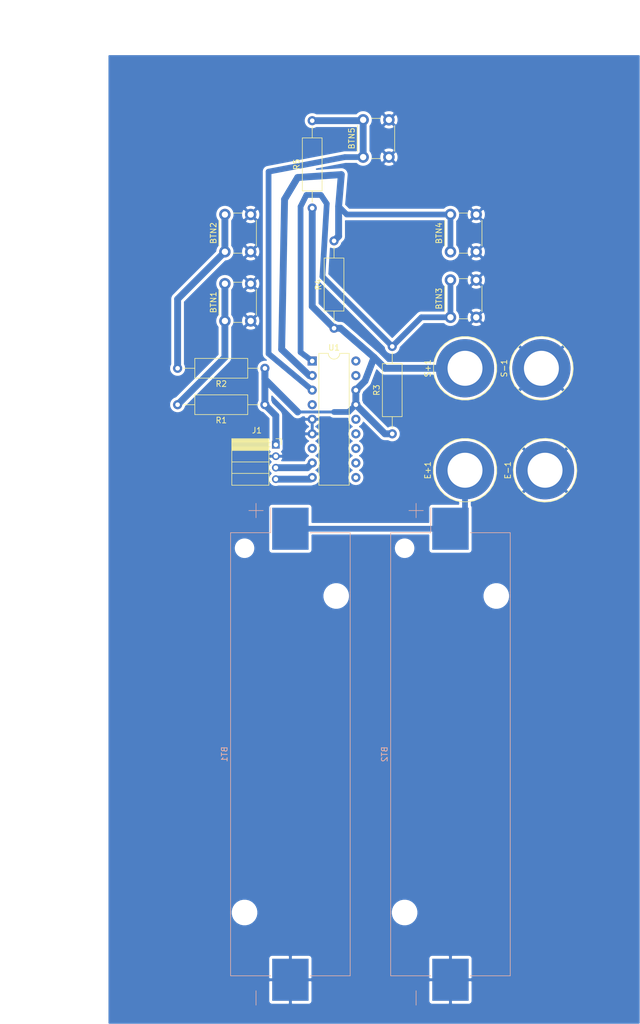
<source format=kicad_pcb>
(kicad_pcb (version 20171130) (host pcbnew "(5.1.6)-1")

  (general
    (thickness 1.6)
    (drawings 2)
    (tracks 62)
    (zones 0)
    (modules 18)
    (nets 20)
  )

  (page A4)
  (layers
    (0 F.Cu signal)
    (31 B.Cu signal)
    (32 B.Adhes user hide)
    (33 F.Adhes user hide)
    (34 B.Paste user hide)
    (35 F.Paste user hide)
    (36 B.SilkS user)
    (37 F.SilkS user)
    (38 B.Mask user)
    (39 F.Mask user)
    (40 Dwgs.User user)
    (41 Cmts.User user)
    (42 Eco1.User user)
    (43 Eco2.User user)
    (44 Edge.Cuts user)
    (45 Margin user)
    (46 B.CrtYd user)
    (47 F.CrtYd user)
    (48 B.Fab user)
    (49 F.Fab user)
  )

  (setup
    (last_trace_width 1)
    (user_trace_width 0.5)
    (user_trace_width 0.7)
    (user_trace_width 1)
    (user_trace_width 1.2)
    (trace_clearance 0.2)
    (zone_clearance 0.508)
    (zone_45_only no)
    (trace_min 0.2)
    (via_size 0.8)
    (via_drill 0.4)
    (via_min_size 0.4)
    (via_min_drill 0.3)
    (uvia_size 0.3)
    (uvia_drill 0.1)
    (uvias_allowed no)
    (uvia_min_size 0.2)
    (uvia_min_drill 0.1)
    (edge_width 0.05)
    (segment_width 0.2)
    (pcb_text_width 0.3)
    (pcb_text_size 1.5 1.5)
    (mod_edge_width 0.12)
    (mod_text_size 1 1)
    (mod_text_width 0.15)
    (pad_size 1.524 1.524)
    (pad_drill 0.762)
    (pad_to_mask_clearance 0.05)
    (aux_axis_origin 0 0)
    (visible_elements 7FFFFFFF)
    (pcbplotparams
      (layerselection 0x010fc_ffffffff)
      (usegerberextensions false)
      (usegerberattributes true)
      (usegerberadvancedattributes true)
      (creategerberjobfile true)
      (excludeedgelayer true)
      (linewidth 0.100000)
      (plotframeref false)
      (viasonmask false)
      (mode 1)
      (useauxorigin false)
      (hpglpennumber 1)
      (hpglpenspeed 20)
      (hpglpendiameter 15.000000)
      (psnegative false)
      (psa4output false)
      (plotreference true)
      (plotvalue true)
      (plotinvisibletext false)
      (padsonsilk false)
      (subtractmaskfromsilk false)
      (outputformat 1)
      (mirror false)
      (drillshape 1)
      (scaleselection 1)
      (outputdirectory ""))
  )

  (net 0 "")
  (net 1 GND)
  (net 2 "Net-(BT1-Pad1)")
  (net 3 "Net-(BTN1-Pad1)")
  (net 4 "Net-(BTN2-Pad1)")
  (net 5 "Net-(BTN3-Pad1)")
  (net 6 "Net-(BTN4-Pad1)")
  (net 7 "Net-(BTN5-Pad1)")
  (net 8 "Net-(J1-Pad1)")
  (net 9 "Net-(J1-Pad3)")
  (net 10 "Net-(J1-Pad4)")
  (net 11 "Net-(U1-Pad10)")
  (net 12 "Net-(U1-Pad11)")
  (net 13 "Net-(U1-Pad12)")
  (net 14 "Net-(U1-Pad4)")
  (net 15 "Net-(U1-Pad13)")
  (net 16 "Net-(U1-Pad14)")
  (net 17 "Net-(U1-Pad7)")
  (net 18 "Net-(U1-Pad17)")
  (net 19 "Net-(U1-Pad18)")

  (net_class Default "This is the default net class."
    (clearance 0.2)
    (trace_width 0.25)
    (via_dia 0.8)
    (via_drill 0.4)
    (uvia_dia 0.3)
    (uvia_drill 0.1)
    (add_net GND)
    (add_net "Net-(BT1-Pad1)")
    (add_net "Net-(BTN1-Pad1)")
    (add_net "Net-(BTN2-Pad1)")
    (add_net "Net-(BTN3-Pad1)")
    (add_net "Net-(BTN4-Pad1)")
    (add_net "Net-(BTN5-Pad1)")
    (add_net "Net-(J1-Pad1)")
    (add_net "Net-(J1-Pad3)")
    (add_net "Net-(J1-Pad4)")
    (add_net "Net-(U1-Pad10)")
    (add_net "Net-(U1-Pad11)")
    (add_net "Net-(U1-Pad12)")
    (add_net "Net-(U1-Pad13)")
    (add_net "Net-(U1-Pad14)")
    (add_net "Net-(U1-Pad17)")
    (add_net "Net-(U1-Pad18)")
    (add_net "Net-(U1-Pad4)")
    (add_net "Net-(U1-Pad7)")
  )

  (module Connector:Banana_Jack_1Pin (layer F.Cu) (tedit 5A1AB217) (tstamp 5F7B7875)
    (at 158.115 76.2 90)
    (descr "Single banana socket, footprint - 6mm drill")
    (tags "banana socket")
    (path /5F7467EF)
    (fp_text reference S-1 (at 0 -6.5 90) (layer F.SilkS)
      (effects (font (size 1 1) (thickness 0.15)))
    )
    (fp_text value Conn_01x01_Female (at -0.25 6.5 90) (layer F.Fab)
      (effects (font (size 1 1) (thickness 0.15)))
    )
    (fp_circle (center 0 0) (end 5.5 0) (layer F.SilkS) (width 0.12))
    (fp_circle (center 0 0) (end 4.85 0.05) (layer F.Fab) (width 0.1))
    (fp_circle (center 0 0) (end 2 0) (layer F.Fab) (width 0.1))
    (fp_circle (center 0 0) (end 5.75 0) (layer F.CrtYd) (width 0.05))
    (fp_text user %R (at 0 0 90) (layer F.Fab)
      (effects (font (size 0.8 0.8) (thickness 0.12)))
    )
    (pad 1 thru_hole circle (at 0 0 90) (size 10.16 10.16) (drill 6.1) (layers *.Cu *.Mask)
      (net 1 GND))
    (model ${KISYS3DMOD}/Connector.3dshapes/Banana_Jack_1Pin.wrl
      (at (xyz 0 0 0))
      (scale (xyz 2 2 2))
      (rotate (xyz 0 0 0))
    )
  )

  (module Battery:BatteryHolder_Keystone_1042_1x18650 (layer B.Cu) (tedit 5A033499) (tstamp 5F7B76DA)
    (at 114.3 143.51 270)
    (descr "Battery holder for 18650 cylindrical cells http://www.keyelco.com/product.cfm/product_id/918")
    (tags "18650 Keystone 1042 Li-ion")
    (path /5F602CD6)
    (attr smd)
    (fp_text reference BT1 (at 0 11.5 90) (layer B.SilkS)
      (effects (font (size 1 1) (thickness 0.15)) (justify mirror))
    )
    (fp_text value 3.7V (at 0 -11.3 90) (layer B.Fab)
      (effects (font (size 1 1) (thickness 0.15)) (justify mirror))
    )
    (fp_line (start -42.5 4.75) (end -42.5 7.25) (layer B.SilkS) (width 0.12))
    (fp_line (start -43.75 6) (end -41.25 6) (layer B.SilkS) (width 0.12))
    (fp_line (start -39.03 -3.68) (end -43.5 -3.68) (layer B.CrtYd) (width 0.05))
    (fp_line (start -43.5 -3.68) (end -43.5 3.68) (layer B.CrtYd) (width 0.05))
    (fp_line (start -43.5 3.68) (end -39.03 3.68) (layer B.CrtYd) (width 0.05))
    (fp_line (start 43.5 3.68) (end 39.03 3.68) (layer B.CrtYd) (width 0.05))
    (fp_line (start 39.03 -3.68) (end 43.5 -3.68) (layer B.CrtYd) (width 0.05))
    (fp_line (start -39.03 10.83) (end -39.03 3.68) (layer B.CrtYd) (width 0.05))
    (fp_line (start -39.03 -10.83) (end -39.03 -3.68) (layer B.CrtYd) (width 0.05))
    (fp_line (start 39.03 10.83) (end 39.03 3.68) (layer B.CrtYd) (width 0.05))
    (fp_line (start -39.03 10.83) (end 39.03 10.83) (layer B.CrtYd) (width 0.05))
    (fp_line (start -39.03 -10.83) (end 39.03 -10.83) (layer B.CrtYd) (width 0.05))
    (fp_line (start 38.53 10.33) (end 38.53 -10.33) (layer B.Fab) (width 0.1))
    (fp_line (start -33.3675 10.33) (end 38.53 10.33) (layer B.Fab) (width 0.1))
    (fp_line (start 43.75 6) (end 41.25 6) (layer B.SilkS) (width 0.12))
    (fp_line (start -38.53 5.1675) (end -38.53 -10.33) (layer B.Fab) (width 0.1))
    (fp_line (start -38.53 -10.33) (end 38.53 -10.33) (layer B.Fab) (width 0.1))
    (fp_line (start 38.64 3.44) (end 38.64 10.42) (layer B.SilkS) (width 0.12))
    (fp_line (start 38.64 10.44) (end -38.64 10.44) (layer B.SilkS) (width 0.12))
    (fp_line (start -38.64 10.44) (end -38.64 3.44) (layer B.SilkS) (width 0.12))
    (fp_line (start 38.64 -3.44) (end 38.64 -10.44) (layer B.SilkS) (width 0.12))
    (fp_line (start 38.64 -10.44) (end -38.64 -10.44) (layer B.SilkS) (width 0.12))
    (fp_line (start -38.64 -10.44) (end -38.64 -3.44) (layer B.SilkS) (width 0.12))
    (fp_line (start 39.03 -10.83) (end 39.03 -3.68) (layer B.CrtYd) (width 0.05))
    (fp_line (start 43.5 -3.68) (end 43.5 3.68) (layer B.CrtYd) (width 0.05))
    (fp_line (start -38.64 3.44) (end -43 3.44) (layer B.SilkS) (width 0.12))
    (fp_line (start -33.3675 10.33) (end -38.53 5.1675) (layer B.Fab) (width 0.1))
    (fp_text user %R (at 0 0 90) (layer B.Fab)
      (effects (font (size 1 1) (thickness 0.15)) (justify mirror))
    )
    (pad 1 smd rect (at -39.33 0 270) (size 7.34 6.35) (layers B.Cu B.Paste B.Mask)
      (net 2 "Net-(BT1-Pad1)"))
    (pad 2 smd rect (at 39.33 0 270) (size 7.34 6.35) (layers B.Cu B.Paste B.Mask)
      (net 1 GND))
    (pad "" np_thru_hole circle (at 27.6 8 270) (size 3.45 3.45) (drill 3.45) (layers *.Cu *.Mask))
    (pad "" np_thru_hole circle (at -27.6 -8 270) (size 3.45 3.45) (drill 3.45) (layers *.Cu *.Mask))
    (pad "" np_thru_hole circle (at -35.93 8 270) (size 2.39 2.39) (drill 2.39) (layers *.Cu *.Mask))
    (model ${KISYS3DMOD}/Battery.3dshapes/BatteryHolder_Keystone_1042_1x18650.wrl
      (at (xyz 0 0 0))
      (scale (xyz 1 1 1))
      (rotate (xyz 0 0 0))
    )
  )

  (module Battery:BatteryHolder_Keystone_1042_1x18650 (layer B.Cu) (tedit 5A033499) (tstamp 5F7B76FF)
    (at 142.24 143.51 270)
    (descr "Battery holder for 18650 cylindrical cells http://www.keyelco.com/product.cfm/product_id/918")
    (tags "18650 Keystone 1042 Li-ion")
    (path /5F60214F)
    (attr smd)
    (fp_text reference BT2 (at 0 11.5 90) (layer B.SilkS)
      (effects (font (size 1 1) (thickness 0.15)) (justify mirror))
    )
    (fp_text value 3.7V (at 0 -11.3 90) (layer B.Fab)
      (effects (font (size 1 1) (thickness 0.15)) (justify mirror))
    )
    (fp_text user %R (at 0 0 90) (layer B.Fab)
      (effects (font (size 1 1) (thickness 0.15)) (justify mirror))
    )
    (fp_line (start -33.3675 10.33) (end -38.53 5.1675) (layer B.Fab) (width 0.1))
    (fp_line (start -38.64 3.44) (end -43 3.44) (layer B.SilkS) (width 0.12))
    (fp_line (start 43.5 -3.68) (end 43.5 3.68) (layer B.CrtYd) (width 0.05))
    (fp_line (start 39.03 -10.83) (end 39.03 -3.68) (layer B.CrtYd) (width 0.05))
    (fp_line (start -38.64 -10.44) (end -38.64 -3.44) (layer B.SilkS) (width 0.12))
    (fp_line (start 38.64 -10.44) (end -38.64 -10.44) (layer B.SilkS) (width 0.12))
    (fp_line (start 38.64 -3.44) (end 38.64 -10.44) (layer B.SilkS) (width 0.12))
    (fp_line (start -38.64 10.44) (end -38.64 3.44) (layer B.SilkS) (width 0.12))
    (fp_line (start 38.64 10.44) (end -38.64 10.44) (layer B.SilkS) (width 0.12))
    (fp_line (start 38.64 3.44) (end 38.64 10.42) (layer B.SilkS) (width 0.12))
    (fp_line (start -38.53 -10.33) (end 38.53 -10.33) (layer B.Fab) (width 0.1))
    (fp_line (start -38.53 5.1675) (end -38.53 -10.33) (layer B.Fab) (width 0.1))
    (fp_line (start 43.75 6) (end 41.25 6) (layer B.SilkS) (width 0.12))
    (fp_line (start -33.3675 10.33) (end 38.53 10.33) (layer B.Fab) (width 0.1))
    (fp_line (start 38.53 10.33) (end 38.53 -10.33) (layer B.Fab) (width 0.1))
    (fp_line (start -39.03 -10.83) (end 39.03 -10.83) (layer B.CrtYd) (width 0.05))
    (fp_line (start -39.03 10.83) (end 39.03 10.83) (layer B.CrtYd) (width 0.05))
    (fp_line (start 39.03 10.83) (end 39.03 3.68) (layer B.CrtYd) (width 0.05))
    (fp_line (start -39.03 -10.83) (end -39.03 -3.68) (layer B.CrtYd) (width 0.05))
    (fp_line (start -39.03 10.83) (end -39.03 3.68) (layer B.CrtYd) (width 0.05))
    (fp_line (start 39.03 -3.68) (end 43.5 -3.68) (layer B.CrtYd) (width 0.05))
    (fp_line (start 43.5 3.68) (end 39.03 3.68) (layer B.CrtYd) (width 0.05))
    (fp_line (start -43.5 3.68) (end -39.03 3.68) (layer B.CrtYd) (width 0.05))
    (fp_line (start -43.5 -3.68) (end -43.5 3.68) (layer B.CrtYd) (width 0.05))
    (fp_line (start -39.03 -3.68) (end -43.5 -3.68) (layer B.CrtYd) (width 0.05))
    (fp_line (start -43.75 6) (end -41.25 6) (layer B.SilkS) (width 0.12))
    (fp_line (start -42.5 4.75) (end -42.5 7.25) (layer B.SilkS) (width 0.12))
    (pad "" np_thru_hole circle (at -35.93 8 270) (size 2.39 2.39) (drill 2.39) (layers *.Cu *.Mask))
    (pad "" np_thru_hole circle (at -27.6 -8 270) (size 3.45 3.45) (drill 3.45) (layers *.Cu *.Mask))
    (pad "" np_thru_hole circle (at 27.6 8 270) (size 3.45 3.45) (drill 3.45) (layers *.Cu *.Mask))
    (pad 2 smd rect (at 39.33 0 270) (size 7.34 6.35) (layers B.Cu B.Paste B.Mask)
      (net 1 GND))
    (pad 1 smd rect (at -39.33 0 270) (size 7.34 6.35) (layers B.Cu B.Paste B.Mask)
      (net 2 "Net-(BT1-Pad1)"))
    (model ${KISYS3DMOD}/Battery.3dshapes/BatteryHolder_Keystone_1042_1x18650.wrl
      (at (xyz 0 0 0))
      (scale (xyz 1 1 1))
      (rotate (xyz 0 0 0))
    )
  )

  (module Button_Switch_THT:SW_PUSH_6mm_H13mm (layer F.Cu) (tedit 5A02FE31) (tstamp 5F7B87F0)
    (at 102.87 67.945 90)
    (descr "tactile push button, 6x6mm e.g. PHAP33xx series, height=13mm")
    (tags "tact sw push 6mm")
    (path /5F603ED4)
    (fp_text reference BTN1 (at 3.25 -2 90) (layer F.SilkS)
      (effects (font (size 1 1) (thickness 0.15)))
    )
    (fp_text value SW (at 3.75 6.7 90) (layer F.Fab)
      (effects (font (size 1 1) (thickness 0.15)))
    )
    (fp_circle (center 3.25 2.25) (end 1.25 2.5) (layer F.Fab) (width 0.1))
    (fp_line (start 6.75 3) (end 6.75 1.5) (layer F.SilkS) (width 0.12))
    (fp_line (start 5.5 -1) (end 1 -1) (layer F.SilkS) (width 0.12))
    (fp_line (start -0.25 1.5) (end -0.25 3) (layer F.SilkS) (width 0.12))
    (fp_line (start 1 5.5) (end 5.5 5.5) (layer F.SilkS) (width 0.12))
    (fp_line (start 8 -1.25) (end 8 5.75) (layer F.CrtYd) (width 0.05))
    (fp_line (start 7.75 6) (end -1.25 6) (layer F.CrtYd) (width 0.05))
    (fp_line (start -1.5 5.75) (end -1.5 -1.25) (layer F.CrtYd) (width 0.05))
    (fp_line (start -1.25 -1.5) (end 7.75 -1.5) (layer F.CrtYd) (width 0.05))
    (fp_line (start -1.5 6) (end -1.25 6) (layer F.CrtYd) (width 0.05))
    (fp_line (start -1.5 5.75) (end -1.5 6) (layer F.CrtYd) (width 0.05))
    (fp_line (start -1.5 -1.5) (end -1.25 -1.5) (layer F.CrtYd) (width 0.05))
    (fp_line (start -1.5 -1.25) (end -1.5 -1.5) (layer F.CrtYd) (width 0.05))
    (fp_line (start 8 -1.5) (end 8 -1.25) (layer F.CrtYd) (width 0.05))
    (fp_line (start 7.75 -1.5) (end 8 -1.5) (layer F.CrtYd) (width 0.05))
    (fp_line (start 8 6) (end 8 5.75) (layer F.CrtYd) (width 0.05))
    (fp_line (start 7.75 6) (end 8 6) (layer F.CrtYd) (width 0.05))
    (fp_line (start 0.25 -0.75) (end 3.25 -0.75) (layer F.Fab) (width 0.1))
    (fp_line (start 0.25 5.25) (end 0.25 -0.75) (layer F.Fab) (width 0.1))
    (fp_line (start 6.25 5.25) (end 0.25 5.25) (layer F.Fab) (width 0.1))
    (fp_line (start 6.25 -0.75) (end 6.25 5.25) (layer F.Fab) (width 0.1))
    (fp_line (start 3.25 -0.75) (end 6.25 -0.75) (layer F.Fab) (width 0.1))
    (fp_text user %R (at 3.25 2.25 90) (layer F.Fab)
      (effects (font (size 1 1) (thickness 0.15)))
    )
    (pad 2 thru_hole circle (at 0 4.5 180) (size 2 2) (drill 1.1) (layers *.Cu *.Mask)
      (net 1 GND))
    (pad 1 thru_hole circle (at 0 0 180) (size 2 2) (drill 1.1) (layers *.Cu *.Mask)
      (net 3 "Net-(BTN1-Pad1)"))
    (pad 2 thru_hole circle (at 6.5 4.5 180) (size 2 2) (drill 1.1) (layers *.Cu *.Mask)
      (net 1 GND))
    (pad 1 thru_hole circle (at 6.5 0 180) (size 2 2) (drill 1.1) (layers *.Cu *.Mask)
      (net 3 "Net-(BTN1-Pad1)"))
    (model ${KISYS3DMOD}/Button_Switch_THT.3dshapes/SW_PUSH_6mm_H13mm.wrl
      (at (xyz 0 0 0))
      (scale (xyz 1 1 1))
      (rotate (xyz 0 0 0))
    )
  )

  (module Button_Switch_THT:SW_PUSH_6mm_H13mm (layer F.Cu) (tedit 5A02FE31) (tstamp 5F7B8C55)
    (at 102.87 55.88 90)
    (descr "tactile push button, 6x6mm e.g. PHAP33xx series, height=13mm")
    (tags "tact sw push 6mm")
    (path /5F607205)
    (fp_text reference BTN2 (at 3.25 -2 90) (layer F.SilkS)
      (effects (font (size 1 1) (thickness 0.15)))
    )
    (fp_text value SW (at 3.75 6.7 90) (layer F.Fab)
      (effects (font (size 1 1) (thickness 0.15)))
    )
    (fp_circle (center 3.25 2.25) (end 1.25 2.5) (layer F.Fab) (width 0.1))
    (fp_line (start 6.75 3) (end 6.75 1.5) (layer F.SilkS) (width 0.12))
    (fp_line (start 5.5 -1) (end 1 -1) (layer F.SilkS) (width 0.12))
    (fp_line (start -0.25 1.5) (end -0.25 3) (layer F.SilkS) (width 0.12))
    (fp_line (start 1 5.5) (end 5.5 5.5) (layer F.SilkS) (width 0.12))
    (fp_line (start 8 -1.25) (end 8 5.75) (layer F.CrtYd) (width 0.05))
    (fp_line (start 7.75 6) (end -1.25 6) (layer F.CrtYd) (width 0.05))
    (fp_line (start -1.5 5.75) (end -1.5 -1.25) (layer F.CrtYd) (width 0.05))
    (fp_line (start -1.25 -1.5) (end 7.75 -1.5) (layer F.CrtYd) (width 0.05))
    (fp_line (start -1.5 6) (end -1.25 6) (layer F.CrtYd) (width 0.05))
    (fp_line (start -1.5 5.75) (end -1.5 6) (layer F.CrtYd) (width 0.05))
    (fp_line (start -1.5 -1.5) (end -1.25 -1.5) (layer F.CrtYd) (width 0.05))
    (fp_line (start -1.5 -1.25) (end -1.5 -1.5) (layer F.CrtYd) (width 0.05))
    (fp_line (start 8 -1.5) (end 8 -1.25) (layer F.CrtYd) (width 0.05))
    (fp_line (start 7.75 -1.5) (end 8 -1.5) (layer F.CrtYd) (width 0.05))
    (fp_line (start 8 6) (end 8 5.75) (layer F.CrtYd) (width 0.05))
    (fp_line (start 7.75 6) (end 8 6) (layer F.CrtYd) (width 0.05))
    (fp_line (start 0.25 -0.75) (end 3.25 -0.75) (layer F.Fab) (width 0.1))
    (fp_line (start 0.25 5.25) (end 0.25 -0.75) (layer F.Fab) (width 0.1))
    (fp_line (start 6.25 5.25) (end 0.25 5.25) (layer F.Fab) (width 0.1))
    (fp_line (start 6.25 -0.75) (end 6.25 5.25) (layer F.Fab) (width 0.1))
    (fp_line (start 3.25 -0.75) (end 6.25 -0.75) (layer F.Fab) (width 0.1))
    (fp_text user %R (at 3.25 2.25 90) (layer F.Fab)
      (effects (font (size 1 1) (thickness 0.15)))
    )
    (pad 2 thru_hole circle (at 0 4.5 180) (size 2 2) (drill 1.1) (layers *.Cu *.Mask)
      (net 1 GND))
    (pad 1 thru_hole circle (at 0 0 180) (size 2 2) (drill 1.1) (layers *.Cu *.Mask)
      (net 4 "Net-(BTN2-Pad1)"))
    (pad 2 thru_hole circle (at 6.5 4.5 180) (size 2 2) (drill 1.1) (layers *.Cu *.Mask)
      (net 1 GND))
    (pad 1 thru_hole circle (at 6.5 0 180) (size 2 2) (drill 1.1) (layers *.Cu *.Mask)
      (net 4 "Net-(BTN2-Pad1)"))
    (model ${KISYS3DMOD}/Button_Switch_THT.3dshapes/SW_PUSH_6mm_H13mm.wrl
      (at (xyz 0 0 0))
      (scale (xyz 1 1 1))
      (rotate (xyz 0 0 0))
    )
  )

  (module Button_Switch_THT:SW_PUSH_6mm_H13mm (layer F.Cu) (tedit 5A02FE31) (tstamp 5F7B9153)
    (at 142.24 67.31 90)
    (descr "tactile push button, 6x6mm e.g. PHAP33xx series, height=13mm")
    (tags "tact sw push 6mm")
    (path /5F607EDD)
    (fp_text reference BTN3 (at 3.25 -2 90) (layer F.SilkS)
      (effects (font (size 1 1) (thickness 0.15)))
    )
    (fp_text value SW (at 3.75 6.7 90) (layer F.Fab)
      (effects (font (size 1 1) (thickness 0.15)))
    )
    (fp_text user %R (at 3.25 2.25 90) (layer F.Fab)
      (effects (font (size 1 1) (thickness 0.15)))
    )
    (fp_line (start 3.25 -0.75) (end 6.25 -0.75) (layer F.Fab) (width 0.1))
    (fp_line (start 6.25 -0.75) (end 6.25 5.25) (layer F.Fab) (width 0.1))
    (fp_line (start 6.25 5.25) (end 0.25 5.25) (layer F.Fab) (width 0.1))
    (fp_line (start 0.25 5.25) (end 0.25 -0.75) (layer F.Fab) (width 0.1))
    (fp_line (start 0.25 -0.75) (end 3.25 -0.75) (layer F.Fab) (width 0.1))
    (fp_line (start 7.75 6) (end 8 6) (layer F.CrtYd) (width 0.05))
    (fp_line (start 8 6) (end 8 5.75) (layer F.CrtYd) (width 0.05))
    (fp_line (start 7.75 -1.5) (end 8 -1.5) (layer F.CrtYd) (width 0.05))
    (fp_line (start 8 -1.5) (end 8 -1.25) (layer F.CrtYd) (width 0.05))
    (fp_line (start -1.5 -1.25) (end -1.5 -1.5) (layer F.CrtYd) (width 0.05))
    (fp_line (start -1.5 -1.5) (end -1.25 -1.5) (layer F.CrtYd) (width 0.05))
    (fp_line (start -1.5 5.75) (end -1.5 6) (layer F.CrtYd) (width 0.05))
    (fp_line (start -1.5 6) (end -1.25 6) (layer F.CrtYd) (width 0.05))
    (fp_line (start -1.25 -1.5) (end 7.75 -1.5) (layer F.CrtYd) (width 0.05))
    (fp_line (start -1.5 5.75) (end -1.5 -1.25) (layer F.CrtYd) (width 0.05))
    (fp_line (start 7.75 6) (end -1.25 6) (layer F.CrtYd) (width 0.05))
    (fp_line (start 8 -1.25) (end 8 5.75) (layer F.CrtYd) (width 0.05))
    (fp_line (start 1 5.5) (end 5.5 5.5) (layer F.SilkS) (width 0.12))
    (fp_line (start -0.25 1.5) (end -0.25 3) (layer F.SilkS) (width 0.12))
    (fp_line (start 5.5 -1) (end 1 -1) (layer F.SilkS) (width 0.12))
    (fp_line (start 6.75 3) (end 6.75 1.5) (layer F.SilkS) (width 0.12))
    (fp_circle (center 3.25 2.25) (end 1.25 2.5) (layer F.Fab) (width 0.1))
    (pad 1 thru_hole circle (at 6.5 0 180) (size 2 2) (drill 1.1) (layers *.Cu *.Mask)
      (net 5 "Net-(BTN3-Pad1)"))
    (pad 2 thru_hole circle (at 6.5 4.5 180) (size 2 2) (drill 1.1) (layers *.Cu *.Mask)
      (net 1 GND))
    (pad 1 thru_hole circle (at 0 0 180) (size 2 2) (drill 1.1) (layers *.Cu *.Mask)
      (net 5 "Net-(BTN3-Pad1)"))
    (pad 2 thru_hole circle (at 0 4.5 180) (size 2 2) (drill 1.1) (layers *.Cu *.Mask)
      (net 1 GND))
    (model ${KISYS3DMOD}/Button_Switch_THT.3dshapes/SW_PUSH_6mm_H13mm.wrl
      (at (xyz 0 0 0))
      (scale (xyz 1 1 1))
      (rotate (xyz 0 0 0))
    )
  )

  (module Button_Switch_THT:SW_PUSH_6mm_H13mm (layer F.Cu) (tedit 5A02FE31) (tstamp 5F7B777B)
    (at 142.24 55.88 90)
    (descr "tactile push button, 6x6mm e.g. PHAP33xx series, height=13mm")
    (tags "tact sw push 6mm")
    (path /5F60815D)
    (fp_text reference BTN4 (at 3.25 -2 90) (layer F.SilkS)
      (effects (font (size 1 1) (thickness 0.15)))
    )
    (fp_text value SW (at 3.75 6.7 90) (layer F.Fab)
      (effects (font (size 1 1) (thickness 0.15)))
    )
    (fp_circle (center 3.25 2.25) (end 1.25 2.5) (layer F.Fab) (width 0.1))
    (fp_line (start 6.75 3) (end 6.75 1.5) (layer F.SilkS) (width 0.12))
    (fp_line (start 5.5 -1) (end 1 -1) (layer F.SilkS) (width 0.12))
    (fp_line (start -0.25 1.5) (end -0.25 3) (layer F.SilkS) (width 0.12))
    (fp_line (start 1 5.5) (end 5.5 5.5) (layer F.SilkS) (width 0.12))
    (fp_line (start 8 -1.25) (end 8 5.75) (layer F.CrtYd) (width 0.05))
    (fp_line (start 7.75 6) (end -1.25 6) (layer F.CrtYd) (width 0.05))
    (fp_line (start -1.5 5.75) (end -1.5 -1.25) (layer F.CrtYd) (width 0.05))
    (fp_line (start -1.25 -1.5) (end 7.75 -1.5) (layer F.CrtYd) (width 0.05))
    (fp_line (start -1.5 6) (end -1.25 6) (layer F.CrtYd) (width 0.05))
    (fp_line (start -1.5 5.75) (end -1.5 6) (layer F.CrtYd) (width 0.05))
    (fp_line (start -1.5 -1.5) (end -1.25 -1.5) (layer F.CrtYd) (width 0.05))
    (fp_line (start -1.5 -1.25) (end -1.5 -1.5) (layer F.CrtYd) (width 0.05))
    (fp_line (start 8 -1.5) (end 8 -1.25) (layer F.CrtYd) (width 0.05))
    (fp_line (start 7.75 -1.5) (end 8 -1.5) (layer F.CrtYd) (width 0.05))
    (fp_line (start 8 6) (end 8 5.75) (layer F.CrtYd) (width 0.05))
    (fp_line (start 7.75 6) (end 8 6) (layer F.CrtYd) (width 0.05))
    (fp_line (start 0.25 -0.75) (end 3.25 -0.75) (layer F.Fab) (width 0.1))
    (fp_line (start 0.25 5.25) (end 0.25 -0.75) (layer F.Fab) (width 0.1))
    (fp_line (start 6.25 5.25) (end 0.25 5.25) (layer F.Fab) (width 0.1))
    (fp_line (start 6.25 -0.75) (end 6.25 5.25) (layer F.Fab) (width 0.1))
    (fp_line (start 3.25 -0.75) (end 6.25 -0.75) (layer F.Fab) (width 0.1))
    (fp_text user %R (at 3.25 2.25 90) (layer F.Fab)
      (effects (font (size 1 1) (thickness 0.15)))
    )
    (pad 2 thru_hole circle (at 0 4.5 180) (size 2 2) (drill 1.1) (layers *.Cu *.Mask)
      (net 1 GND))
    (pad 1 thru_hole circle (at 0 0 180) (size 2 2) (drill 1.1) (layers *.Cu *.Mask)
      (net 6 "Net-(BTN4-Pad1)"))
    (pad 2 thru_hole circle (at 6.5 4.5 180) (size 2 2) (drill 1.1) (layers *.Cu *.Mask)
      (net 1 GND))
    (pad 1 thru_hole circle (at 6.5 0 180) (size 2 2) (drill 1.1) (layers *.Cu *.Mask)
      (net 6 "Net-(BTN4-Pad1)"))
    (model ${KISYS3DMOD}/Button_Switch_THT.3dshapes/SW_PUSH_6mm_H13mm.wrl
      (at (xyz 0 0 0))
      (scale (xyz 1 1 1))
      (rotate (xyz 0 0 0))
    )
  )

  (module Button_Switch_THT:SW_PUSH_6mm_H13mm (layer F.Cu) (tedit 5A02FE31) (tstamp 5F7B779A)
    (at 127 39.37 90)
    (descr "tactile push button, 6x6mm e.g. PHAP33xx series, height=13mm")
    (tags "tact sw push 6mm")
    (path /5F608383)
    (fp_text reference BTN5 (at 3.25 -2 90) (layer F.SilkS)
      (effects (font (size 1 1) (thickness 0.15)))
    )
    (fp_text value SW (at 3.75 6.7 90) (layer F.Fab)
      (effects (font (size 1 1) (thickness 0.15)))
    )
    (fp_text user %R (at 3.25 2.25 90) (layer F.Fab)
      (effects (font (size 1 1) (thickness 0.15)))
    )
    (fp_line (start 3.25 -0.75) (end 6.25 -0.75) (layer F.Fab) (width 0.1))
    (fp_line (start 6.25 -0.75) (end 6.25 5.25) (layer F.Fab) (width 0.1))
    (fp_line (start 6.25 5.25) (end 0.25 5.25) (layer F.Fab) (width 0.1))
    (fp_line (start 0.25 5.25) (end 0.25 -0.75) (layer F.Fab) (width 0.1))
    (fp_line (start 0.25 -0.75) (end 3.25 -0.75) (layer F.Fab) (width 0.1))
    (fp_line (start 7.75 6) (end 8 6) (layer F.CrtYd) (width 0.05))
    (fp_line (start 8 6) (end 8 5.75) (layer F.CrtYd) (width 0.05))
    (fp_line (start 7.75 -1.5) (end 8 -1.5) (layer F.CrtYd) (width 0.05))
    (fp_line (start 8 -1.5) (end 8 -1.25) (layer F.CrtYd) (width 0.05))
    (fp_line (start -1.5 -1.25) (end -1.5 -1.5) (layer F.CrtYd) (width 0.05))
    (fp_line (start -1.5 -1.5) (end -1.25 -1.5) (layer F.CrtYd) (width 0.05))
    (fp_line (start -1.5 5.75) (end -1.5 6) (layer F.CrtYd) (width 0.05))
    (fp_line (start -1.5 6) (end -1.25 6) (layer F.CrtYd) (width 0.05))
    (fp_line (start -1.25 -1.5) (end 7.75 -1.5) (layer F.CrtYd) (width 0.05))
    (fp_line (start -1.5 5.75) (end -1.5 -1.25) (layer F.CrtYd) (width 0.05))
    (fp_line (start 7.75 6) (end -1.25 6) (layer F.CrtYd) (width 0.05))
    (fp_line (start 8 -1.25) (end 8 5.75) (layer F.CrtYd) (width 0.05))
    (fp_line (start 1 5.5) (end 5.5 5.5) (layer F.SilkS) (width 0.12))
    (fp_line (start -0.25 1.5) (end -0.25 3) (layer F.SilkS) (width 0.12))
    (fp_line (start 5.5 -1) (end 1 -1) (layer F.SilkS) (width 0.12))
    (fp_line (start 6.75 3) (end 6.75 1.5) (layer F.SilkS) (width 0.12))
    (fp_circle (center 3.25 2.25) (end 1.25 2.5) (layer F.Fab) (width 0.1))
    (pad 1 thru_hole circle (at 6.5 0 180) (size 2 2) (drill 1.1) (layers *.Cu *.Mask)
      (net 7 "Net-(BTN5-Pad1)"))
    (pad 2 thru_hole circle (at 6.5 4.5 180) (size 2 2) (drill 1.1) (layers *.Cu *.Mask)
      (net 1 GND))
    (pad 1 thru_hole circle (at 0 0 180) (size 2 2) (drill 1.1) (layers *.Cu *.Mask)
      (net 7 "Net-(BTN5-Pad1)"))
    (pad 2 thru_hole circle (at 0 4.5 180) (size 2 2) (drill 1.1) (layers *.Cu *.Mask)
      (net 1 GND))
    (model ${KISYS3DMOD}/Button_Switch_THT.3dshapes/SW_PUSH_6mm_H13mm.wrl
      (at (xyz 0 0 0))
      (scale (xyz 1 1 1))
      (rotate (xyz 0 0 0))
    )
  )

  (module Connector:Banana_Jack_1Pin (layer F.Cu) (tedit 5A1AB217) (tstamp 5F7B8BA6)
    (at 144.78 93.98 90)
    (descr "Single banana socket, footprint - 6mm drill")
    (tags "banana socket")
    (path /5F745226)
    (fp_text reference E+1 (at 0 -6.5 90) (layer F.SilkS)
      (effects (font (size 1 1) (thickness 0.15)))
    )
    (fp_text value Conn_01x01_Female (at -0.25 6.5 90) (layer F.Fab)
      (effects (font (size 1 1) (thickness 0.15)))
    )
    (fp_text user %R (at 0 0 90) (layer F.Fab)
      (effects (font (size 0.8 0.8) (thickness 0.12)))
    )
    (fp_circle (center 0 0) (end 5.75 0) (layer F.CrtYd) (width 0.05))
    (fp_circle (center 0 0) (end 2 0) (layer F.Fab) (width 0.1))
    (fp_circle (center 0 0) (end 4.85 0.05) (layer F.Fab) (width 0.1))
    (fp_circle (center 0 0) (end 5.5 0) (layer F.SilkS) (width 0.12))
    (pad 1 thru_hole circle (at 0 0 90) (size 10.16 10.16) (drill 6.1) (layers *.Cu *.Mask)
      (net 2 "Net-(BT1-Pad1)"))
    (model ${KISYS3DMOD}/Connector.3dshapes/Banana_Jack_1Pin.wrl
      (at (xyz 0 0 0))
      (scale (xyz 2 2 2))
      (rotate (xyz 0 0 0))
    )
  )

  (module Connector:Banana_Jack_1Pin (layer F.Cu) (tedit 5A1AB217) (tstamp 5F7B8B48)
    (at 158.75 93.98 90)
    (descr "Single banana socket, footprint - 6mm drill")
    (tags "banana socket")
    (path /5F7458C3)
    (fp_text reference E-1 (at 0 -6.5 90) (layer F.SilkS)
      (effects (font (size 1 1) (thickness 0.15)))
    )
    (fp_text value Conn_01x01_Female (at -0.25 6.5 90) (layer F.Fab)
      (effects (font (size 1 1) (thickness 0.15)))
    )
    (fp_circle (center 0 0) (end 5.5 0) (layer F.SilkS) (width 0.12))
    (fp_circle (center 0 0) (end 4.85 0.05) (layer F.Fab) (width 0.1))
    (fp_circle (center 0 0) (end 2 0) (layer F.Fab) (width 0.1))
    (fp_circle (center 0 0) (end 5.75 0) (layer F.CrtYd) (width 0.05))
    (fp_text user %R (at 0 0 90) (layer F.Fab)
      (effects (font (size 0.8 0.8) (thickness 0.12)))
    )
    (pad 1 thru_hole circle (at 0 0 90) (size 10.16 10.16) (drill 6.1) (layers *.Cu *.Mask)
      (net 1 GND))
    (model ${KISYS3DMOD}/Connector.3dshapes/Banana_Jack_1Pin.wrl
      (at (xyz 0 0 0))
      (scale (xyz 2 2 2))
      (rotate (xyz 0 0 0))
    )
  )

  (module Connector_PinSocket_2.00mm:PinSocket_1x04_P2.00mm_Horizontal (layer F.Cu) (tedit 5A19A424) (tstamp 5F7B77EE)
    (at 111.76 89.535)
    (descr "Through hole angled socket strip, 1x04, 2.00mm pitch, 6.35mm socket length, single row (from Kicad 4.0.7), script generated")
    (tags "Through hole angled socket strip THT 1x04 2.00mm single row")
    (path /5F614497)
    (fp_text reference J1 (at -3.31 -2.5) (layer F.SilkS)
      (effects (font (size 1 1) (thickness 0.15)))
    )
    (fp_text value HC-06 (at -3.31 8.5) (layer F.Fab)
      (effects (font (size 1 1) (thickness 0.15)))
    )
    (fp_line (start 1.5 7.5) (end 1.5 -1.5) (layer F.CrtYd) (width 0.05))
    (fp_line (start -8.15 7.5) (end 1.5 7.5) (layer F.CrtYd) (width 0.05))
    (fp_line (start -8.15 -1.5) (end -8.15 7.5) (layer F.CrtYd) (width 0.05))
    (fp_line (start 1.5 -1.5) (end -8.15 -1.5) (layer F.CrtYd) (width 0.05))
    (fp_line (start 0 -1.06) (end 0.935 -1.06) (layer F.SilkS) (width 0.12))
    (fp_line (start 0.935 -1.06) (end 0.935 0) (layer F.SilkS) (width 0.12))
    (fp_line (start -7.68 -1.06) (end -7.68 7.06) (layer F.SilkS) (width 0.12))
    (fp_line (start -7.68 7.06) (end -1.21 7.06) (layer F.SilkS) (width 0.12))
    (fp_line (start -1.21 -1.06) (end -1.21 7.06) (layer F.SilkS) (width 0.12))
    (fp_line (start -7.68 -1.06) (end -1.21 -1.06) (layer F.SilkS) (width 0.12))
    (fp_line (start -7.68 5) (end -1.21 5) (layer F.SilkS) (width 0.12))
    (fp_line (start -7.68 3) (end -1.21 3) (layer F.SilkS) (width 0.12))
    (fp_line (start -7.68 1) (end -1.21 1) (layer F.SilkS) (width 0.12))
    (fp_line (start -1.21 6.36) (end -0.862917 6.36) (layer F.SilkS) (width 0.12))
    (fp_line (start -1.21 5.64) (end -0.862917 5.64) (layer F.SilkS) (width 0.12))
    (fp_line (start -1.21 4.36) (end -0.862917 4.36) (layer F.SilkS) (width 0.12))
    (fp_line (start -1.21 3.64) (end -0.862917 3.64) (layer F.SilkS) (width 0.12))
    (fp_line (start -1.21 2.36) (end -0.862917 2.36) (layer F.SilkS) (width 0.12))
    (fp_line (start -1.21 1.64) (end -0.862917 1.64) (layer F.SilkS) (width 0.12))
    (fp_line (start -1.21 0.36) (end -0.935 0.36) (layer F.SilkS) (width 0.12))
    (fp_line (start -1.21 -0.36) (end -0.935 -0.36) (layer F.SilkS) (width 0.12))
    (fp_line (start -7.68 0.885888) (end -1.21 0.885888) (layer F.SilkS) (width 0.12))
    (fp_line (start -7.68 0.77177) (end -1.21 0.77177) (layer F.SilkS) (width 0.12))
    (fp_line (start -7.68 0.657652) (end -1.21 0.657652) (layer F.SilkS) (width 0.12))
    (fp_line (start -7.68 0.543534) (end -1.21 0.543534) (layer F.SilkS) (width 0.12))
    (fp_line (start -7.68 0.429416) (end -1.21 0.429416) (layer F.SilkS) (width 0.12))
    (fp_line (start -7.68 0.315298) (end -1.21 0.315298) (layer F.SilkS) (width 0.12))
    (fp_line (start -7.68 0.20118) (end -1.21 0.20118) (layer F.SilkS) (width 0.12))
    (fp_line (start -7.68 0.087062) (end -1.21 0.087062) (layer F.SilkS) (width 0.12))
    (fp_line (start -7.68 -0.027056) (end -1.21 -0.027056) (layer F.SilkS) (width 0.12))
    (fp_line (start -7.68 -0.141174) (end -1.21 -0.141174) (layer F.SilkS) (width 0.12))
    (fp_line (start -7.68 -0.255292) (end -1.21 -0.255292) (layer F.SilkS) (width 0.12))
    (fp_line (start -7.68 -0.36941) (end -1.21 -0.36941) (layer F.SilkS) (width 0.12))
    (fp_line (start -7.68 -0.483528) (end -1.21 -0.483528) (layer F.SilkS) (width 0.12))
    (fp_line (start -7.68 -0.597646) (end -1.21 -0.597646) (layer F.SilkS) (width 0.12))
    (fp_line (start -7.68 -0.711764) (end -1.21 -0.711764) (layer F.SilkS) (width 0.12))
    (fp_line (start -7.68 -0.825882) (end -1.21 -0.825882) (layer F.SilkS) (width 0.12))
    (fp_line (start -7.68 -0.94) (end -1.21 -0.94) (layer F.SilkS) (width 0.12))
    (fp_line (start 0 6.3) (end 0 5.7) (layer F.Fab) (width 0.1))
    (fp_line (start -1.27 6.3) (end 0 6.3) (layer F.Fab) (width 0.1))
    (fp_line (start 0 5.7) (end -1.27 5.7) (layer F.Fab) (width 0.1))
    (fp_line (start 0 4.3) (end 0 3.7) (layer F.Fab) (width 0.1))
    (fp_line (start -1.27 4.3) (end 0 4.3) (layer F.Fab) (width 0.1))
    (fp_line (start 0 3.7) (end -1.27 3.7) (layer F.Fab) (width 0.1))
    (fp_line (start 0 2.3) (end 0 1.7) (layer F.Fab) (width 0.1))
    (fp_line (start -1.27 2.3) (end 0 2.3) (layer F.Fab) (width 0.1))
    (fp_line (start 0 1.7) (end -1.27 1.7) (layer F.Fab) (width 0.1))
    (fp_line (start 0 0.3) (end 0 -0.3) (layer F.Fab) (width 0.1))
    (fp_line (start -1.27 0.3) (end 0 0.3) (layer F.Fab) (width 0.1))
    (fp_line (start 0 -0.3) (end -1.27 -0.3) (layer F.Fab) (width 0.1))
    (fp_line (start -7.62 7) (end -7.62 -1) (layer F.Fab) (width 0.1))
    (fp_line (start -1.27 7) (end -7.62 7) (layer F.Fab) (width 0.1))
    (fp_line (start -1.27 -0.3) (end -1.27 7) (layer F.Fab) (width 0.1))
    (fp_line (start -1.97 -1) (end -1.27 -0.3) (layer F.Fab) (width 0.1))
    (fp_line (start -7.62 -1) (end -1.97 -1) (layer F.Fab) (width 0.1))
    (fp_text user %R (at -4.445 3 90) (layer F.Fab)
      (effects (font (size 1 1) (thickness 0.15)))
    )
    (pad 1 thru_hole rect (at 0 0) (size 1.35 1.35) (drill 0.8) (layers *.Cu *.Mask)
      (net 8 "Net-(J1-Pad1)"))
    (pad 2 thru_hole oval (at 0 2) (size 1.35 1.35) (drill 0.8) (layers *.Cu *.Mask)
      (net 1 GND))
    (pad 3 thru_hole oval (at 0 4) (size 1.35 1.35) (drill 0.8) (layers *.Cu *.Mask)
      (net 9 "Net-(J1-Pad3)"))
    (pad 4 thru_hole oval (at 0 6) (size 1.35 1.35) (drill 0.8) (layers *.Cu *.Mask)
      (net 10 "Net-(J1-Pad4)"))
    (model ${KISYS3DMOD}/Connector_PinSocket_2.00mm.3dshapes/PinSocket_1x04_P2.00mm_Horizontal.wrl
      (at (xyz 0 0 0))
      (scale (xyz 1 1 1))
      (rotate (xyz 0 0 0))
    )
  )

  (module Resistor_THT:R_Axial_DIN0309_L9.0mm_D3.2mm_P15.24mm_Horizontal (layer F.Cu) (tedit 5AE5139B) (tstamp 5F7B7805)
    (at 109.855 82.55 180)
    (descr "Resistor, Axial_DIN0309 series, Axial, Horizontal, pin pitch=15.24mm, 0.5W = 1/2W, length*diameter=9*3.2mm^2, http://cdn-reichelt.de/documents/datenblatt/B400/1_4W%23YAG.pdf")
    (tags "Resistor Axial_DIN0309 series Axial Horizontal pin pitch 15.24mm 0.5W = 1/2W length 9mm diameter 3.2mm")
    (path /5F698130)
    (fp_text reference R1 (at 7.62 -2.72) (layer F.SilkS)
      (effects (font (size 1 1) (thickness 0.15)))
    )
    (fp_text value 10k (at 7.62 2.72) (layer F.Fab)
      (effects (font (size 1 1) (thickness 0.15)))
    )
    (fp_text user %R (at 7.62 0) (layer F.Fab)
      (effects (font (size 1 1) (thickness 0.15)))
    )
    (fp_line (start 3.12 -1.6) (end 3.12 1.6) (layer F.Fab) (width 0.1))
    (fp_line (start 3.12 1.6) (end 12.12 1.6) (layer F.Fab) (width 0.1))
    (fp_line (start 12.12 1.6) (end 12.12 -1.6) (layer F.Fab) (width 0.1))
    (fp_line (start 12.12 -1.6) (end 3.12 -1.6) (layer F.Fab) (width 0.1))
    (fp_line (start 0 0) (end 3.12 0) (layer F.Fab) (width 0.1))
    (fp_line (start 15.24 0) (end 12.12 0) (layer F.Fab) (width 0.1))
    (fp_line (start 3 -1.72) (end 3 1.72) (layer F.SilkS) (width 0.12))
    (fp_line (start 3 1.72) (end 12.24 1.72) (layer F.SilkS) (width 0.12))
    (fp_line (start 12.24 1.72) (end 12.24 -1.72) (layer F.SilkS) (width 0.12))
    (fp_line (start 12.24 -1.72) (end 3 -1.72) (layer F.SilkS) (width 0.12))
    (fp_line (start 1.04 0) (end 3 0) (layer F.SilkS) (width 0.12))
    (fp_line (start 14.2 0) (end 12.24 0) (layer F.SilkS) (width 0.12))
    (fp_line (start -1.05 -1.85) (end -1.05 1.85) (layer F.CrtYd) (width 0.05))
    (fp_line (start -1.05 1.85) (end 16.29 1.85) (layer F.CrtYd) (width 0.05))
    (fp_line (start 16.29 1.85) (end 16.29 -1.85) (layer F.CrtYd) (width 0.05))
    (fp_line (start 16.29 -1.85) (end -1.05 -1.85) (layer F.CrtYd) (width 0.05))
    (pad 2 thru_hole oval (at 15.24 0 180) (size 1.6 1.6) (drill 0.8) (layers *.Cu *.Mask)
      (net 3 "Net-(BTN1-Pad1)"))
    (pad 1 thru_hole circle (at 0 0 180) (size 1.6 1.6) (drill 0.8) (layers *.Cu *.Mask)
      (net 8 "Net-(J1-Pad1)"))
    (model ${KISYS3DMOD}/Resistor_THT.3dshapes/R_Axial_DIN0309_L9.0mm_D3.2mm_P15.24mm_Horizontal.wrl
      (at (xyz 0 0 0))
      (scale (xyz 1 1 1))
      (rotate (xyz 0 0 0))
    )
  )

  (module Resistor_THT:R_Axial_DIN0309_L9.0mm_D3.2mm_P15.24mm_Horizontal (layer F.Cu) (tedit 5AE5139B) (tstamp 5F7B8972)
    (at 109.855 76.2 180)
    (descr "Resistor, Axial_DIN0309 series, Axial, Horizontal, pin pitch=15.24mm, 0.5W = 1/2W, length*diameter=9*3.2mm^2, http://cdn-reichelt.de/documents/datenblatt/B400/1_4W%23YAG.pdf")
    (tags "Resistor Axial_DIN0309 series Axial Horizontal pin pitch 15.24mm 0.5W = 1/2W length 9mm diameter 3.2mm")
    (path /5F6989CC)
    (fp_text reference R2 (at 7.62 -2.72) (layer F.SilkS)
      (effects (font (size 1 1) (thickness 0.15)))
    )
    (fp_text value 10k (at 7.62 2.72) (layer F.Fab)
      (effects (font (size 1 1) (thickness 0.15)))
    )
    (fp_line (start 16.29 -1.85) (end -1.05 -1.85) (layer F.CrtYd) (width 0.05))
    (fp_line (start 16.29 1.85) (end 16.29 -1.85) (layer F.CrtYd) (width 0.05))
    (fp_line (start -1.05 1.85) (end 16.29 1.85) (layer F.CrtYd) (width 0.05))
    (fp_line (start -1.05 -1.85) (end -1.05 1.85) (layer F.CrtYd) (width 0.05))
    (fp_line (start 14.2 0) (end 12.24 0) (layer F.SilkS) (width 0.12))
    (fp_line (start 1.04 0) (end 3 0) (layer F.SilkS) (width 0.12))
    (fp_line (start 12.24 -1.72) (end 3 -1.72) (layer F.SilkS) (width 0.12))
    (fp_line (start 12.24 1.72) (end 12.24 -1.72) (layer F.SilkS) (width 0.12))
    (fp_line (start 3 1.72) (end 12.24 1.72) (layer F.SilkS) (width 0.12))
    (fp_line (start 3 -1.72) (end 3 1.72) (layer F.SilkS) (width 0.12))
    (fp_line (start 15.24 0) (end 12.12 0) (layer F.Fab) (width 0.1))
    (fp_line (start 0 0) (end 3.12 0) (layer F.Fab) (width 0.1))
    (fp_line (start 12.12 -1.6) (end 3.12 -1.6) (layer F.Fab) (width 0.1))
    (fp_line (start 12.12 1.6) (end 12.12 -1.6) (layer F.Fab) (width 0.1))
    (fp_line (start 3.12 1.6) (end 12.12 1.6) (layer F.Fab) (width 0.1))
    (fp_line (start 3.12 -1.6) (end 3.12 1.6) (layer F.Fab) (width 0.1))
    (fp_text user %R (at 7.62 0) (layer F.Fab)
      (effects (font (size 1 1) (thickness 0.15)))
    )
    (pad 1 thru_hole circle (at 0 0 180) (size 1.6 1.6) (drill 0.8) (layers *.Cu *.Mask)
      (net 8 "Net-(J1-Pad1)"))
    (pad 2 thru_hole oval (at 15.24 0 180) (size 1.6 1.6) (drill 0.8) (layers *.Cu *.Mask)
      (net 4 "Net-(BTN2-Pad1)"))
    (model ${KISYS3DMOD}/Resistor_THT.3dshapes/R_Axial_DIN0309_L9.0mm_D3.2mm_P15.24mm_Horizontal.wrl
      (at (xyz 0 0 0))
      (scale (xyz 1 1 1))
      (rotate (xyz 0 0 0))
    )
  )

  (module Resistor_THT:R_Axial_DIN0309_L9.0mm_D3.2mm_P15.24mm_Horizontal (layer F.Cu) (tedit 5AE5139B) (tstamp 5F7B7833)
    (at 132.08 87.63 90)
    (descr "Resistor, Axial_DIN0309 series, Axial, Horizontal, pin pitch=15.24mm, 0.5W = 1/2W, length*diameter=9*3.2mm^2, http://cdn-reichelt.de/documents/datenblatt/B400/1_4W%23YAG.pdf")
    (tags "Resistor Axial_DIN0309 series Axial Horizontal pin pitch 15.24mm 0.5W = 1/2W length 9mm diameter 3.2mm")
    (path /5F698BBC)
    (fp_text reference R3 (at 7.62 -2.72 90) (layer F.SilkS)
      (effects (font (size 1 1) (thickness 0.15)))
    )
    (fp_text value 10k (at 7.62 2.72 90) (layer F.Fab)
      (effects (font (size 1 1) (thickness 0.15)))
    )
    (fp_line (start 16.29 -1.85) (end -1.05 -1.85) (layer F.CrtYd) (width 0.05))
    (fp_line (start 16.29 1.85) (end 16.29 -1.85) (layer F.CrtYd) (width 0.05))
    (fp_line (start -1.05 1.85) (end 16.29 1.85) (layer F.CrtYd) (width 0.05))
    (fp_line (start -1.05 -1.85) (end -1.05 1.85) (layer F.CrtYd) (width 0.05))
    (fp_line (start 14.2 0) (end 12.24 0) (layer F.SilkS) (width 0.12))
    (fp_line (start 1.04 0) (end 3 0) (layer F.SilkS) (width 0.12))
    (fp_line (start 12.24 -1.72) (end 3 -1.72) (layer F.SilkS) (width 0.12))
    (fp_line (start 12.24 1.72) (end 12.24 -1.72) (layer F.SilkS) (width 0.12))
    (fp_line (start 3 1.72) (end 12.24 1.72) (layer F.SilkS) (width 0.12))
    (fp_line (start 3 -1.72) (end 3 1.72) (layer F.SilkS) (width 0.12))
    (fp_line (start 15.24 0) (end 12.12 0) (layer F.Fab) (width 0.1))
    (fp_line (start 0 0) (end 3.12 0) (layer F.Fab) (width 0.1))
    (fp_line (start 12.12 -1.6) (end 3.12 -1.6) (layer F.Fab) (width 0.1))
    (fp_line (start 12.12 1.6) (end 12.12 -1.6) (layer F.Fab) (width 0.1))
    (fp_line (start 3.12 1.6) (end 12.12 1.6) (layer F.Fab) (width 0.1))
    (fp_line (start 3.12 -1.6) (end 3.12 1.6) (layer F.Fab) (width 0.1))
    (fp_text user %R (at 7.62 0 90) (layer F.Fab)
      (effects (font (size 1 1) (thickness 0.15)))
    )
    (pad 1 thru_hole circle (at 0 0 90) (size 1.6 1.6) (drill 0.8) (layers *.Cu *.Mask)
      (net 8 "Net-(J1-Pad1)"))
    (pad 2 thru_hole oval (at 15.24 0 90) (size 1.6 1.6) (drill 0.8) (layers *.Cu *.Mask)
      (net 5 "Net-(BTN3-Pad1)"))
    (model ${KISYS3DMOD}/Resistor_THT.3dshapes/R_Axial_DIN0309_L9.0mm_D3.2mm_P15.24mm_Horizontal.wrl
      (at (xyz 0 0 0))
      (scale (xyz 1 1 1))
      (rotate (xyz 0 0 0))
    )
  )

  (module Resistor_THT:R_Axial_DIN0309_L9.0mm_D3.2mm_P15.24mm_Horizontal (layer F.Cu) (tedit 5AE5139B) (tstamp 5F7B784A)
    (at 121.92 69.215 90)
    (descr "Resistor, Axial_DIN0309 series, Axial, Horizontal, pin pitch=15.24mm, 0.5W = 1/2W, length*diameter=9*3.2mm^2, http://cdn-reichelt.de/documents/datenblatt/B400/1_4W%23YAG.pdf")
    (tags "Resistor Axial_DIN0309 series Axial Horizontal pin pitch 15.24mm 0.5W = 1/2W length 9mm diameter 3.2mm")
    (path /5F698ECA)
    (fp_text reference R4 (at 7.62 -2.72 90) (layer F.SilkS)
      (effects (font (size 1 1) (thickness 0.15)))
    )
    (fp_text value 10k (at 7.62 2.72 90) (layer F.Fab)
      (effects (font (size 1 1) (thickness 0.15)))
    )
    (fp_text user %R (at 7.62 0 90) (layer F.Fab)
      (effects (font (size 1 1) (thickness 0.15)))
    )
    (fp_line (start 3.12 -1.6) (end 3.12 1.6) (layer F.Fab) (width 0.1))
    (fp_line (start 3.12 1.6) (end 12.12 1.6) (layer F.Fab) (width 0.1))
    (fp_line (start 12.12 1.6) (end 12.12 -1.6) (layer F.Fab) (width 0.1))
    (fp_line (start 12.12 -1.6) (end 3.12 -1.6) (layer F.Fab) (width 0.1))
    (fp_line (start 0 0) (end 3.12 0) (layer F.Fab) (width 0.1))
    (fp_line (start 15.24 0) (end 12.12 0) (layer F.Fab) (width 0.1))
    (fp_line (start 3 -1.72) (end 3 1.72) (layer F.SilkS) (width 0.12))
    (fp_line (start 3 1.72) (end 12.24 1.72) (layer F.SilkS) (width 0.12))
    (fp_line (start 12.24 1.72) (end 12.24 -1.72) (layer F.SilkS) (width 0.12))
    (fp_line (start 12.24 -1.72) (end 3 -1.72) (layer F.SilkS) (width 0.12))
    (fp_line (start 1.04 0) (end 3 0) (layer F.SilkS) (width 0.12))
    (fp_line (start 14.2 0) (end 12.24 0) (layer F.SilkS) (width 0.12))
    (fp_line (start -1.05 -1.85) (end -1.05 1.85) (layer F.CrtYd) (width 0.05))
    (fp_line (start -1.05 1.85) (end 16.29 1.85) (layer F.CrtYd) (width 0.05))
    (fp_line (start 16.29 1.85) (end 16.29 -1.85) (layer F.CrtYd) (width 0.05))
    (fp_line (start 16.29 -1.85) (end -1.05 -1.85) (layer F.CrtYd) (width 0.05))
    (pad 2 thru_hole oval (at 15.24 0 90) (size 1.6 1.6) (drill 0.8) (layers *.Cu *.Mask)
      (net 6 "Net-(BTN4-Pad1)"))
    (pad 1 thru_hole circle (at 0 0 90) (size 1.6 1.6) (drill 0.8) (layers *.Cu *.Mask)
      (net 8 "Net-(J1-Pad1)"))
    (model ${KISYS3DMOD}/Resistor_THT.3dshapes/R_Axial_DIN0309_L9.0mm_D3.2mm_P15.24mm_Horizontal.wrl
      (at (xyz 0 0 0))
      (scale (xyz 1 1 1))
      (rotate (xyz 0 0 0))
    )
  )

  (module Resistor_THT:R_Axial_DIN0309_L9.0mm_D3.2mm_P15.24mm_Horizontal (layer F.Cu) (tedit 5AE5139B) (tstamp 5F7B8F07)
    (at 118.11 48.26 90)
    (descr "Resistor, Axial_DIN0309 series, Axial, Horizontal, pin pitch=15.24mm, 0.5W = 1/2W, length*diameter=9*3.2mm^2, http://cdn-reichelt.de/documents/datenblatt/B400/1_4W%23YAG.pdf")
    (tags "Resistor Axial_DIN0309 series Axial Horizontal pin pitch 15.24mm 0.5W = 1/2W length 9mm diameter 3.2mm")
    (path /5F6991A6)
    (fp_text reference R5 (at 7.62 -2.72 90) (layer F.SilkS)
      (effects (font (size 1 1) (thickness 0.15)))
    )
    (fp_text value 10k (at 7.62 2.72 90) (layer F.Fab)
      (effects (font (size 1 1) (thickness 0.15)))
    )
    (fp_line (start 16.29 -1.85) (end -1.05 -1.85) (layer F.CrtYd) (width 0.05))
    (fp_line (start 16.29 1.85) (end 16.29 -1.85) (layer F.CrtYd) (width 0.05))
    (fp_line (start -1.05 1.85) (end 16.29 1.85) (layer F.CrtYd) (width 0.05))
    (fp_line (start -1.05 -1.85) (end -1.05 1.85) (layer F.CrtYd) (width 0.05))
    (fp_line (start 14.2 0) (end 12.24 0) (layer F.SilkS) (width 0.12))
    (fp_line (start 1.04 0) (end 3 0) (layer F.SilkS) (width 0.12))
    (fp_line (start 12.24 -1.72) (end 3 -1.72) (layer F.SilkS) (width 0.12))
    (fp_line (start 12.24 1.72) (end 12.24 -1.72) (layer F.SilkS) (width 0.12))
    (fp_line (start 3 1.72) (end 12.24 1.72) (layer F.SilkS) (width 0.12))
    (fp_line (start 3 -1.72) (end 3 1.72) (layer F.SilkS) (width 0.12))
    (fp_line (start 15.24 0) (end 12.12 0) (layer F.Fab) (width 0.1))
    (fp_line (start 0 0) (end 3.12 0) (layer F.Fab) (width 0.1))
    (fp_line (start 12.12 -1.6) (end 3.12 -1.6) (layer F.Fab) (width 0.1))
    (fp_line (start 12.12 1.6) (end 12.12 -1.6) (layer F.Fab) (width 0.1))
    (fp_line (start 3.12 1.6) (end 12.12 1.6) (layer F.Fab) (width 0.1))
    (fp_line (start 3.12 -1.6) (end 3.12 1.6) (layer F.Fab) (width 0.1))
    (fp_text user %R (at 7.62 0 90) (layer F.Fab)
      (effects (font (size 1 1) (thickness 0.15)))
    )
    (pad 1 thru_hole circle (at 0 0 90) (size 1.6 1.6) (drill 0.8) (layers *.Cu *.Mask)
      (net 8 "Net-(J1-Pad1)"))
    (pad 2 thru_hole oval (at 15.24 0 90) (size 1.6 1.6) (drill 0.8) (layers *.Cu *.Mask)
      (net 7 "Net-(BTN5-Pad1)"))
    (model ${KISYS3DMOD}/Resistor_THT.3dshapes/R_Axial_DIN0309_L9.0mm_D3.2mm_P15.24mm_Horizontal.wrl
      (at (xyz 0 0 0))
      (scale (xyz 1 1 1))
      (rotate (xyz 0 0 0))
    )
  )

  (module Connector:Banana_Jack_1Pin (layer F.Cu) (tedit 5A1AB217) (tstamp 5F7B786B)
    (at 144.78 76.2 90)
    (descr "Single banana socket, footprint - 6mm drill")
    (tags "banana socket")
    (path /5F745BF4)
    (fp_text reference S+1 (at 0 -6.5 90) (layer F.SilkS)
      (effects (font (size 1 1) (thickness 0.15)))
    )
    (fp_text value Conn_01x01_Female (at -0.25 6.5 90) (layer F.Fab)
      (effects (font (size 1 1) (thickness 0.15)))
    )
    (fp_text user %R (at 0 0 90) (layer F.Fab)
      (effects (font (size 0.8 0.8) (thickness 0.12)))
    )
    (fp_circle (center 0 0) (end 5.75 0) (layer F.CrtYd) (width 0.05))
    (fp_circle (center 0 0) (end 2 0) (layer F.Fab) (width 0.1))
    (fp_circle (center 0 0) (end 4.85 0.05) (layer F.Fab) (width 0.1))
    (fp_circle (center 0 0) (end 5.5 0) (layer F.SilkS) (width 0.12))
    (pad 1 thru_hole circle (at 0 0 90) (size 10.16 10.16) (drill 6.1) (layers *.Cu *.Mask)
      (net 8 "Net-(J1-Pad1)"))
    (model ${KISYS3DMOD}/Connector.3dshapes/Banana_Jack_1Pin.wrl
      (at (xyz 0 0 0))
      (scale (xyz 2 2 2))
      (rotate (xyz 0 0 0))
    )
  )

  (module Package_DIP:DIP-18_W7.62mm (layer F.Cu) (tedit 5A02E8C5) (tstamp 5F7B789B)
    (at 118.11 74.93)
    (descr "18-lead though-hole mounted DIP package, row spacing 7.62 mm (300 mils)")
    (tags "THT DIP DIL PDIP 2.54mm 7.62mm 300mil")
    (path /5F53FA67)
    (fp_text reference U1 (at 3.81 -2.33) (layer F.SilkS)
      (effects (font (size 1 1) (thickness 0.15)))
    )
    (fp_text value PIC16F628A-ISS (at 3.81 22.65) (layer F.Fab)
      (effects (font (size 1 1) (thickness 0.15)))
    )
    (fp_line (start 8.7 -1.55) (end -1.1 -1.55) (layer F.CrtYd) (width 0.05))
    (fp_line (start 8.7 21.85) (end 8.7 -1.55) (layer F.CrtYd) (width 0.05))
    (fp_line (start -1.1 21.85) (end 8.7 21.85) (layer F.CrtYd) (width 0.05))
    (fp_line (start -1.1 -1.55) (end -1.1 21.85) (layer F.CrtYd) (width 0.05))
    (fp_line (start 6.46 -1.33) (end 4.81 -1.33) (layer F.SilkS) (width 0.12))
    (fp_line (start 6.46 21.65) (end 6.46 -1.33) (layer F.SilkS) (width 0.12))
    (fp_line (start 1.16 21.65) (end 6.46 21.65) (layer F.SilkS) (width 0.12))
    (fp_line (start 1.16 -1.33) (end 1.16 21.65) (layer F.SilkS) (width 0.12))
    (fp_line (start 2.81 -1.33) (end 1.16 -1.33) (layer F.SilkS) (width 0.12))
    (fp_line (start 0.635 -0.27) (end 1.635 -1.27) (layer F.Fab) (width 0.1))
    (fp_line (start 0.635 21.59) (end 0.635 -0.27) (layer F.Fab) (width 0.1))
    (fp_line (start 6.985 21.59) (end 0.635 21.59) (layer F.Fab) (width 0.1))
    (fp_line (start 6.985 -1.27) (end 6.985 21.59) (layer F.Fab) (width 0.1))
    (fp_line (start 1.635 -1.27) (end 6.985 -1.27) (layer F.Fab) (width 0.1))
    (fp_arc (start 3.81 -1.33) (end 2.81 -1.33) (angle -180) (layer F.SilkS) (width 0.12))
    (fp_text user %R (at 3.81 10.16) (layer F.Fab)
      (effects (font (size 1 1) (thickness 0.15)))
    )
    (pad 1 thru_hole rect (at 0 0) (size 1.6 1.6) (drill 0.8) (layers *.Cu *.Mask)
      (net 5 "Net-(BTN3-Pad1)"))
    (pad 10 thru_hole oval (at 7.62 20.32) (size 1.6 1.6) (drill 0.8) (layers *.Cu *.Mask)
      (net 11 "Net-(U1-Pad10)"))
    (pad 2 thru_hole oval (at 0 2.54) (size 1.6 1.6) (drill 0.8) (layers *.Cu *.Mask)
      (net 6 "Net-(BTN4-Pad1)"))
    (pad 11 thru_hole oval (at 7.62 17.78) (size 1.6 1.6) (drill 0.8) (layers *.Cu *.Mask)
      (net 12 "Net-(U1-Pad11)"))
    (pad 3 thru_hole oval (at 0 5.08) (size 1.6 1.6) (drill 0.8) (layers *.Cu *.Mask)
      (net 7 "Net-(BTN5-Pad1)"))
    (pad 12 thru_hole oval (at 7.62 15.24) (size 1.6 1.6) (drill 0.8) (layers *.Cu *.Mask)
      (net 13 "Net-(U1-Pad12)"))
    (pad 4 thru_hole oval (at 0 7.62) (size 1.6 1.6) (drill 0.8) (layers *.Cu *.Mask)
      (net 14 "Net-(U1-Pad4)"))
    (pad 13 thru_hole oval (at 7.62 12.7) (size 1.6 1.6) (drill 0.8) (layers *.Cu *.Mask)
      (net 15 "Net-(U1-Pad13)"))
    (pad 5 thru_hole oval (at 0 10.16) (size 1.6 1.6) (drill 0.8) (layers *.Cu *.Mask)
      (net 1 GND))
    (pad 14 thru_hole oval (at 7.62 10.16) (size 1.6 1.6) (drill 0.8) (layers *.Cu *.Mask)
      (net 16 "Net-(U1-Pad14)"))
    (pad 6 thru_hole oval (at 0 12.7) (size 1.6 1.6) (drill 0.8) (layers *.Cu *.Mask)
      (net 1 GND))
    (pad 15 thru_hole oval (at 7.62 7.62) (size 1.6 1.6) (drill 0.8) (layers *.Cu *.Mask)
      (net 8 "Net-(J1-Pad1)"))
    (pad 7 thru_hole oval (at 0 15.24) (size 1.6 1.6) (drill 0.8) (layers *.Cu *.Mask)
      (net 17 "Net-(U1-Pad7)"))
    (pad 16 thru_hole oval (at 7.62 5.08) (size 1.6 1.6) (drill 0.8) (layers *.Cu *.Mask)
      (net 8 "Net-(J1-Pad1)"))
    (pad 8 thru_hole oval (at 0 17.78) (size 1.6 1.6) (drill 0.8) (layers *.Cu *.Mask)
      (net 9 "Net-(J1-Pad3)"))
    (pad 17 thru_hole oval (at 7.62 2.54) (size 1.6 1.6) (drill 0.8) (layers *.Cu *.Mask)
      (net 18 "Net-(U1-Pad17)"))
    (pad 9 thru_hole oval (at 0 20.32) (size 1.6 1.6) (drill 0.8) (layers *.Cu *.Mask)
      (net 10 "Net-(J1-Pad4)"))
    (pad 18 thru_hole oval (at 7.62 0) (size 1.6 1.6) (drill 0.8) (layers *.Cu *.Mask)
      (net 19 "Net-(U1-Pad18)"))
    (model ${KISYS3DMOD}/Package_DIP.3dshapes/DIP-18_W7.62mm.wrl
      (at (xyz 0 0 0))
      (scale (xyz 1 1 1))
      (rotate (xyz 0 0 0))
    )
  )

  (dimension 92.71 (width 0.15) (layer Dwgs.User)
    (gr_text "92,710 mm" (at 128.905 12.67) (layer Dwgs.User)
      (effects (font (size 1 1) (thickness 0.15)))
    )
    (feature1 (pts (xy 175.26 21.59) (xy 175.26 13.383579)))
    (feature2 (pts (xy 82.55 21.59) (xy 82.55 13.383579)))
    (crossbar (pts (xy 82.55 13.97) (xy 175.26 13.97)))
    (arrow1a (pts (xy 175.26 13.97) (xy 174.133496 14.556421)))
    (arrow1b (pts (xy 175.26 13.97) (xy 174.133496 13.383579)))
    (arrow2a (pts (xy 82.55 13.97) (xy 83.676504 14.556421)))
    (arrow2b (pts (xy 82.55 13.97) (xy 83.676504 13.383579)))
  )
  (dimension 168.91 (width 0.15) (layer Dwgs.User)
    (gr_text "168,910 mm" (at 67.28 106.045 270) (layer Dwgs.User)
      (effects (font (size 1 1) (thickness 0.15)))
    )
    (feature1 (pts (xy 82.55 190.5) (xy 67.993579 190.5)))
    (feature2 (pts (xy 82.55 21.59) (xy 67.993579 21.59)))
    (crossbar (pts (xy 68.58 21.59) (xy 68.58 190.5)))
    (arrow1a (pts (xy 68.58 190.5) (xy 67.993579 189.373496)))
    (arrow1b (pts (xy 68.58 190.5) (xy 69.166421 189.373496)))
    (arrow2a (pts (xy 68.58 21.59) (xy 67.993579 22.716504)))
    (arrow2b (pts (xy 68.58 21.59) (xy 69.166421 22.716504)))
  )

  (segment (start 144.78 101.64) (end 142.24 104.18) (width 1) (layer B.Cu) (net 2))
  (segment (start 144.78 93.98) (end 144.78 101.64) (width 1) (layer B.Cu) (net 2))
  (segment (start 114.3 104.18) (end 142.24 104.18) (width 1) (layer B.Cu) (net 2))
  (segment (start 102.87 74.295) (end 102.87 67.945) (width 1.2) (layer B.Cu) (net 3))
  (segment (start 94.615 82.55) (end 102.87 74.295) (width 1.2) (layer B.Cu) (net 3))
  (segment (start 102.87 67.945) (end 102.87 61.445) (width 1.2) (layer B.Cu) (net 3))
  (segment (start 94.615 64.135) (end 102.87 55.88) (width 1.2) (layer B.Cu) (net 4))
  (segment (start 94.615 76.2) (end 94.615 64.135) (width 1.2) (layer B.Cu) (net 4))
  (segment (start 102.87 55.88) (end 102.87 49.38) (width 1.2) (layer B.Cu) (net 4))
  (segment (start 116.078 73.406) (end 118.11 74.93) (width 1) (layer B.Cu) (net 5))
  (segment (start 119.888 60.198) (end 120.65 47.498) (width 1) (layer B.Cu) (net 5))
  (segment (start 116.078 48.006) (end 116.078 73.406) (width 1) (layer B.Cu) (net 5))
  (segment (start 132.08 72.39) (end 119.888 60.198) (width 1) (layer B.Cu) (net 5))
  (segment (start 120.65 47.498) (end 119.634 45.974) (width 1) (layer B.Cu) (net 5))
  (segment (start 117.094 45.974) (end 116.078 48.006) (width 1) (layer B.Cu) (net 5))
  (segment (start 119.634 45.974) (end 117.094 45.974) (width 1) (layer B.Cu) (net 5))
  (segment (start 137.16 67.31) (end 132.08 72.39) (width 1) (layer B.Cu) (net 5))
  (segment (start 142.24 67.31) (end 137.16 67.31) (width 1) (layer B.Cu) (net 5))
  (segment (start 142.24 67.31) (end 142.24 60.81) (width 1) (layer B.Cu) (net 5))
  (segment (start 117.609998 77.47) (end 118.11 77.47) (width 1.2) (layer B.Cu) (net 6))
  (segment (start 112.776 72.898) (end 117.609998 77.47) (width 1.2) (layer B.Cu) (net 6))
  (segment (start 113.284 46.736) (end 112.776 72.898) (width 1.2) (layer B.Cu) (net 6))
  (segment (start 122.719999 53.175001) (end 122.719999 47.961997) (width 1.2) (layer B.Cu) (net 6))
  (segment (start 121.92 53.975) (end 122.719999 53.175001) (width 1.2) (layer B.Cu) (net 6))
  (segment (start 122.719999 47.961997) (end 123.19 42.418) (width 1.2) (layer B.Cu) (net 6))
  (segment (start 123.19 42.418) (end 115.57 42.926) (width 1.2) (layer B.Cu) (net 6))
  (segment (start 115.57 42.926) (end 113.284 46.736) (width 1.2) (layer B.Cu) (net 6))
  (segment (start 142.24 55.88) (end 142.24 49.38) (width 1) (layer B.Cu) (net 6))
  (segment (start 124.138002 49.38) (end 122.719999 47.961997) (width 1) (layer B.Cu) (net 6))
  (segment (start 142.24 49.38) (end 124.138002 49.38) (width 1) (layer B.Cu) (net 6))
  (segment (start 127 39.37) (end 127 32.87) (width 1.2) (layer B.Cu) (net 7))
  (segment (start 110.49 73.66) (end 118.11 80.01) (width 1) (layer B.Cu) (net 7))
  (segment (start 110.49 41.91) (end 110.49 73.66) (width 1) (layer B.Cu) (net 7))
  (segment (start 127 39.37) (end 123.816415 39.37) (width 1) (layer B.Cu) (net 7))
  (segment (start 123.816415 39.37) (end 110.49 41.91) (width 1) (layer B.Cu) (net 7))
  (segment (start 126.85 33.02) (end 127 32.87) (width 1.2) (layer B.Cu) (net 7))
  (segment (start 118.11 33.02) (end 126.85 33.02) (width 1.2) (layer B.Cu) (net 7))
  (segment (start 130.81 87.63) (end 125.73 82.55) (width 1.2) (layer B.Cu) (net 8))
  (segment (start 132.08 87.63) (end 130.81 87.63) (width 1.2) (layer B.Cu) (net 8))
  (segment (start 125.73 82.55) (end 125.73 80.01) (width 1.2) (layer B.Cu) (net 8))
  (segment (start 127.330001 78.409999) (end 125.73 80.01) (width 1.2) (layer B.Cu) (net 8))
  (segment (start 121.92 69.215) (end 123.05137 69.215) (width 1.2) (layer B.Cu) (net 8))
  (segment (start 123.05137 69.215) (end 128.905 74.295) (width 1.2) (layer B.Cu) (net 8))
  (segment (start 111.76 84.455) (end 109.855 82.55) (width 1.2) (layer B.Cu) (net 8))
  (segment (start 111.76 89.535) (end 111.76 84.455) (width 1.2) (layer B.Cu) (net 8))
  (segment (start 109.855 82.55) (end 109.855 76.2) (width 1.2) (layer B.Cu) (net 8))
  (segment (start 144.78 71.755) (end 141.211251 75.323749) (width 1.2) (layer B.Cu) (net 8))
  (segment (start 128.905 74.295) (end 128.511251 75.323749) (width 1.2) (layer B.Cu) (net 8))
  (segment (start 128.511251 75.323749) (end 127.330001 78.409999) (width 1.2) (layer B.Cu) (net 8))
  (segment (start 109.855 76.2) (end 109.855 78.105) (width 1.2) (layer B.Cu) (net 8))
  (segment (start 109.855 78.105) (end 115.57 83.82) (width 1.2) (layer B.Cu) (net 8))
  (segment (start 115.57 83.82) (end 121.92 83.82) (width 0.5) (layer B.Cu) (net 8))
  (segment (start 124.46 83.82) (end 125.73 82.55) (width 1) (layer B.Cu) (net 8))
  (segment (start 121.92 83.82) (end 124.46 83.82) (width 1) (layer B.Cu) (net 8))
  (segment (start 130.81 76.2) (end 128.905 74.295) (width 1.2) (layer B.Cu) (net 8))
  (segment (start 144.78 76.2) (end 130.81 76.2) (width 1.2) (layer B.Cu) (net 8))
  (segment (start 118.11 65.405) (end 118.11 48.26) (width 1.2) (layer B.Cu) (net 8))
  (segment (start 121.92 69.215) (end 118.11 65.405) (width 1.2) (layer B.Cu) (net 8))
  (segment (start 117.285 93.535) (end 118.11 92.71) (width 1.2) (layer B.Cu) (net 9))
  (segment (start 111.76 93.535) (end 117.285 93.535) (width 1.2) (layer B.Cu) (net 9))
  (segment (start 117.825 95.535) (end 118.11 95.25) (width 1.2) (layer B.Cu) (net 10))
  (segment (start 111.76 95.535) (end 117.825 95.535) (width 1.2) (layer B.Cu) (net 10))

  (zone (net 1) (net_name GND) (layer B.Cu) (tstamp 0) (hatch edge 0.508)
    (connect_pads (clearance 0.508))
    (min_thickness 0.254)
    (fill yes (arc_segments 32) (thermal_gap 0.508) (thermal_bridge_width 0.508))
    (polygon
      (pts
        (xy 175.26 190.5) (xy 82.55 190.5) (xy 82.55 21.59) (xy 175.26 21.59)
      )
    )
    (filled_polygon
      (pts
        (xy 175.133 190.373) (xy 82.677 190.373) (xy 82.677 186.51) (xy 110.486928 186.51) (xy 110.499188 186.634482)
        (xy 110.535498 186.75418) (xy 110.594463 186.864494) (xy 110.673815 186.961185) (xy 110.770506 187.040537) (xy 110.88082 187.099502)
        (xy 111.000518 187.135812) (xy 111.125 187.148072) (xy 114.01425 187.145) (xy 114.173 186.98625) (xy 114.173 182.967)
        (xy 114.427 182.967) (xy 114.427 186.98625) (xy 114.58575 187.145) (xy 117.475 187.148072) (xy 117.599482 187.135812)
        (xy 117.71918 187.099502) (xy 117.829494 187.040537) (xy 117.926185 186.961185) (xy 118.005537 186.864494) (xy 118.064502 186.75418)
        (xy 118.100812 186.634482) (xy 118.113072 186.51) (xy 138.426928 186.51) (xy 138.439188 186.634482) (xy 138.475498 186.75418)
        (xy 138.534463 186.864494) (xy 138.613815 186.961185) (xy 138.710506 187.040537) (xy 138.82082 187.099502) (xy 138.940518 187.135812)
        (xy 139.065 187.148072) (xy 141.95425 187.145) (xy 142.113 186.98625) (xy 142.113 182.967) (xy 142.367 182.967)
        (xy 142.367 186.98625) (xy 142.52575 187.145) (xy 145.415 187.148072) (xy 145.539482 187.135812) (xy 145.65918 187.099502)
        (xy 145.769494 187.040537) (xy 145.866185 186.961185) (xy 145.945537 186.864494) (xy 146.004502 186.75418) (xy 146.040812 186.634482)
        (xy 146.053072 186.51) (xy 146.05 183.12575) (xy 145.89125 182.967) (xy 142.367 182.967) (xy 142.113 182.967)
        (xy 138.58875 182.967) (xy 138.43 183.12575) (xy 138.426928 186.51) (xy 118.113072 186.51) (xy 118.11 183.12575)
        (xy 117.95125 182.967) (xy 114.427 182.967) (xy 114.173 182.967) (xy 110.64875 182.967) (xy 110.49 183.12575)
        (xy 110.486928 186.51) (xy 82.677 186.51) (xy 82.677 179.17) (xy 110.486928 179.17) (xy 110.49 182.55425)
        (xy 110.64875 182.713) (xy 114.173 182.713) (xy 114.173 178.69375) (xy 114.427 178.69375) (xy 114.427 182.713)
        (xy 117.95125 182.713) (xy 118.11 182.55425) (xy 118.113072 179.17) (xy 138.426928 179.17) (xy 138.43 182.55425)
        (xy 138.58875 182.713) (xy 142.113 182.713) (xy 142.113 178.69375) (xy 142.367 178.69375) (xy 142.367 182.713)
        (xy 145.89125 182.713) (xy 146.05 182.55425) (xy 146.053072 179.17) (xy 146.040812 179.045518) (xy 146.004502 178.92582)
        (xy 145.945537 178.815506) (xy 145.866185 178.718815) (xy 145.769494 178.639463) (xy 145.65918 178.580498) (xy 145.539482 178.544188)
        (xy 145.415 178.531928) (xy 142.52575 178.535) (xy 142.367 178.69375) (xy 142.113 178.69375) (xy 141.95425 178.535)
        (xy 139.065 178.531928) (xy 138.940518 178.544188) (xy 138.82082 178.580498) (xy 138.710506 178.639463) (xy 138.613815 178.718815)
        (xy 138.534463 178.815506) (xy 138.475498 178.92582) (xy 138.439188 179.045518) (xy 138.426928 179.17) (xy 118.113072 179.17)
        (xy 118.100812 179.045518) (xy 118.064502 178.92582) (xy 118.005537 178.815506) (xy 117.926185 178.718815) (xy 117.829494 178.639463)
        (xy 117.71918 178.580498) (xy 117.599482 178.544188) (xy 117.475 178.531928) (xy 114.58575 178.535) (xy 114.427 178.69375)
        (xy 114.173 178.69375) (xy 114.01425 178.535) (xy 111.125 178.531928) (xy 111.000518 178.544188) (xy 110.88082 178.580498)
        (xy 110.770506 178.639463) (xy 110.673815 178.718815) (xy 110.594463 178.815506) (xy 110.535498 178.92582) (xy 110.499188 179.045518)
        (xy 110.486928 179.17) (xy 82.677 179.17) (xy 82.677 170.87756) (xy 103.94 170.87756) (xy 103.94 171.34244)
        (xy 104.030694 171.798387) (xy 104.208595 172.227879) (xy 104.466868 172.614412) (xy 104.795588 172.943132) (xy 105.182121 173.201405)
        (xy 105.611613 173.379306) (xy 106.06756 173.47) (xy 106.53244 173.47) (xy 106.988387 173.379306) (xy 107.417879 173.201405)
        (xy 107.804412 172.943132) (xy 108.133132 172.614412) (xy 108.391405 172.227879) (xy 108.569306 171.798387) (xy 108.66 171.34244)
        (xy 108.66 170.87756) (xy 131.88 170.87756) (xy 131.88 171.34244) (xy 131.970694 171.798387) (xy 132.148595 172.227879)
        (xy 132.406868 172.614412) (xy 132.735588 172.943132) (xy 133.122121 173.201405) (xy 133.551613 173.379306) (xy 134.00756 173.47)
        (xy 134.47244 173.47) (xy 134.928387 173.379306) (xy 135.357879 173.201405) (xy 135.744412 172.943132) (xy 136.073132 172.614412)
        (xy 136.331405 172.227879) (xy 136.509306 171.798387) (xy 136.6 171.34244) (xy 136.6 170.87756) (xy 136.509306 170.421613)
        (xy 136.331405 169.992121) (xy 136.073132 169.605588) (xy 135.744412 169.276868) (xy 135.357879 169.018595) (xy 134.928387 168.840694)
        (xy 134.47244 168.75) (xy 134.00756 168.75) (xy 133.551613 168.840694) (xy 133.122121 169.018595) (xy 132.735588 169.276868)
        (xy 132.406868 169.605588) (xy 132.148595 169.992121) (xy 131.970694 170.421613) (xy 131.88 170.87756) (xy 108.66 170.87756)
        (xy 108.569306 170.421613) (xy 108.391405 169.992121) (xy 108.133132 169.605588) (xy 107.804412 169.276868) (xy 107.417879 169.018595)
        (xy 106.988387 168.840694) (xy 106.53244 168.75) (xy 106.06756 168.75) (xy 105.611613 168.840694) (xy 105.182121 169.018595)
        (xy 104.795588 169.276868) (xy 104.466868 169.605588) (xy 104.208595 169.992121) (xy 104.030694 170.421613) (xy 103.94 170.87756)
        (xy 82.677 170.87756) (xy 82.677 115.67756) (xy 119.94 115.67756) (xy 119.94 116.14244) (xy 120.030694 116.598387)
        (xy 120.208595 117.027879) (xy 120.466868 117.414412) (xy 120.795588 117.743132) (xy 121.182121 118.001405) (xy 121.611613 118.179306)
        (xy 122.06756 118.27) (xy 122.53244 118.27) (xy 122.988387 118.179306) (xy 123.417879 118.001405) (xy 123.804412 117.743132)
        (xy 124.133132 117.414412) (xy 124.391405 117.027879) (xy 124.569306 116.598387) (xy 124.66 116.14244) (xy 124.66 115.67756)
        (xy 147.88 115.67756) (xy 147.88 116.14244) (xy 147.970694 116.598387) (xy 148.148595 117.027879) (xy 148.406868 117.414412)
        (xy 148.735588 117.743132) (xy 149.122121 118.001405) (xy 149.551613 118.179306) (xy 150.00756 118.27) (xy 150.47244 118.27)
        (xy 150.928387 118.179306) (xy 151.357879 118.001405) (xy 151.744412 117.743132) (xy 152.073132 117.414412) (xy 152.331405 117.027879)
        (xy 152.509306 116.598387) (xy 152.6 116.14244) (xy 152.6 115.67756) (xy 152.509306 115.221613) (xy 152.331405 114.792121)
        (xy 152.073132 114.405588) (xy 151.744412 114.076868) (xy 151.357879 113.818595) (xy 150.928387 113.640694) (xy 150.47244 113.55)
        (xy 150.00756 113.55) (xy 149.551613 113.640694) (xy 149.122121 113.818595) (xy 148.735588 114.076868) (xy 148.406868 114.405588)
        (xy 148.148595 114.792121) (xy 147.970694 115.221613) (xy 147.88 115.67756) (xy 124.66 115.67756) (xy 124.569306 115.221613)
        (xy 124.391405 114.792121) (xy 124.133132 114.405588) (xy 123.804412 114.076868) (xy 123.417879 113.818595) (xy 122.988387 113.640694)
        (xy 122.53244 113.55) (xy 122.06756 113.55) (xy 121.611613 113.640694) (xy 121.182121 113.818595) (xy 120.795588 114.076868)
        (xy 120.466868 114.405588) (xy 120.208595 114.792121) (xy 120.030694 115.221613) (xy 119.94 115.67756) (xy 82.677 115.67756)
        (xy 82.677 107.399761) (xy 104.47 107.399761) (xy 104.47 107.760239) (xy 104.540325 108.113791) (xy 104.678275 108.44683)
        (xy 104.878546 108.746557) (xy 105.133443 109.001454) (xy 105.43317 109.201725) (xy 105.766209 109.339675) (xy 106.119761 109.41)
        (xy 106.480239 109.41) (xy 106.833791 109.339675) (xy 107.16683 109.201725) (xy 107.466557 109.001454) (xy 107.721454 108.746557)
        (xy 107.921725 108.44683) (xy 108.059675 108.113791) (xy 108.13 107.760239) (xy 108.13 107.399761) (xy 108.059675 107.046209)
        (xy 107.921725 106.71317) (xy 107.721454 106.413443) (xy 107.466557 106.158546) (xy 107.16683 105.958275) (xy 106.833791 105.820325)
        (xy 106.480239 105.75) (xy 106.119761 105.75) (xy 105.766209 105.820325) (xy 105.43317 105.958275) (xy 105.133443 106.158546)
        (xy 104.878546 106.413443) (xy 104.678275 106.71317) (xy 104.540325 107.046209) (xy 104.47 107.399761) (xy 82.677 107.399761)
        (xy 82.677 100.51) (xy 110.486928 100.51) (xy 110.486928 107.85) (xy 110.499188 107.974482) (xy 110.535498 108.09418)
        (xy 110.594463 108.204494) (xy 110.673815 108.301185) (xy 110.770506 108.380537) (xy 110.88082 108.439502) (xy 111.000518 108.475812)
        (xy 111.125 108.488072) (xy 117.475 108.488072) (xy 117.599482 108.475812) (xy 117.71918 108.439502) (xy 117.829494 108.380537)
        (xy 117.926185 108.301185) (xy 118.005537 108.204494) (xy 118.064502 108.09418) (xy 118.100812 107.974482) (xy 118.113072 107.85)
        (xy 118.113072 107.399761) (xy 132.41 107.399761) (xy 132.41 107.760239) (xy 132.480325 108.113791) (xy 132.618275 108.44683)
        (xy 132.818546 108.746557) (xy 133.073443 109.001454) (xy 133.37317 109.201725) (xy 133.706209 109.339675) (xy 134.059761 109.41)
        (xy 134.420239 109.41) (xy 134.773791 109.339675) (xy 135.10683 109.201725) (xy 135.406557 109.001454) (xy 135.661454 108.746557)
        (xy 135.861725 108.44683) (xy 135.999675 108.113791) (xy 136.07 107.760239) (xy 136.07 107.399761) (xy 135.999675 107.046209)
        (xy 135.861725 106.71317) (xy 135.661454 106.413443) (xy 135.406557 106.158546) (xy 135.10683 105.958275) (xy 134.773791 105.820325)
        (xy 134.420239 105.75) (xy 134.059761 105.75) (xy 133.706209 105.820325) (xy 133.37317 105.958275) (xy 133.073443 106.158546)
        (xy 132.818546 106.413443) (xy 132.618275 106.71317) (xy 132.480325 107.046209) (xy 132.41 107.399761) (xy 118.113072 107.399761)
        (xy 118.113072 105.315) (xy 138.426928 105.315) (xy 138.426928 107.85) (xy 138.439188 107.974482) (xy 138.475498 108.09418)
        (xy 138.534463 108.204494) (xy 138.613815 108.301185) (xy 138.710506 108.380537) (xy 138.82082 108.439502) (xy 138.940518 108.475812)
        (xy 139.065 108.488072) (xy 145.415 108.488072) (xy 145.539482 108.475812) (xy 145.65918 108.439502) (xy 145.769494 108.380537)
        (xy 145.866185 108.301185) (xy 145.945537 108.204494) (xy 146.004502 108.09418) (xy 146.040812 107.974482) (xy 146.053072 107.85)
        (xy 146.053072 100.51) (xy 146.040812 100.385518) (xy 146.004502 100.26582) (xy 145.945537 100.155506) (xy 145.915 100.118296)
        (xy 145.915 99.581198) (xy 146.447004 99.475375) (xy 147.487067 99.044567) (xy 148.4231 98.41913) (xy 148.825034 98.017196)
        (xy 154.892409 98.017196) (xy 155.478124 98.699416) (xy 156.461704 99.247045) (xy 157.533223 99.592265) (xy 158.651501 99.721808)
        (xy 159.773565 99.630697) (xy 160.856294 99.322433) (xy 161.858079 98.808863) (xy 162.021876 98.699416) (xy 162.607591 98.017196)
        (xy 158.75 94.159605) (xy 154.892409 98.017196) (xy 148.825034 98.017196) (xy 149.21913 97.6231) (xy 149.844567 96.687067)
        (xy 150.275375 95.647004) (xy 150.495 94.542878) (xy 150.495 93.881501) (xy 153.008192 93.881501) (xy 153.099303 95.003565)
        (xy 153.407567 96.086294) (xy 153.921137 97.088079) (xy 154.030584 97.251876) (xy 154.712804 97.837591) (xy 158.570395 93.98)
        (xy 158.929605 93.98) (xy 162.787196 97.837591) (xy 163.469416 97.251876) (xy 164.017045 96.268296) (xy 164.362265 95.196777)
        (xy 164.491808 94.078499) (xy 164.400697 92.956435) (xy 164.092433 91.873706) (xy 163.578863 90.871921) (xy 163.469416 90.708124)
        (xy 162.787196 90.122409) (xy 158.929605 93.98) (xy 158.570395 93.98) (xy 154.712804 90.122409) (xy 154.030584 90.708124)
        (xy 153.482955 91.691704) (xy 153.137735 92.763223) (xy 153.008192 93.881501) (xy 150.495 93.881501) (xy 150.495 93.417122)
        (xy 150.275375 92.312996) (xy 149.844567 91.272933) (xy 149.21913 90.3369) (xy 148.825034 89.942804) (xy 154.892409 89.942804)
        (xy 158.75 93.800395) (xy 162.607591 89.942804) (xy 162.021876 89.260584) (xy 161.038296 88.712955) (xy 159.966777 88.367735)
        (xy 158.848499 88.238192) (xy 157.726435 88.329303) (xy 156.643706 88.637567) (xy 155.641921 89.151137) (xy 155.478124 89.260584)
        (xy 154.892409 89.942804) (xy 148.825034 89.942804) (xy 148.4231 89.54087) (xy 147.487067 88.915433) (xy 146.447004 88.484625)
        (xy 145.342878 88.265) (xy 144.217122 88.265) (xy 143.112996 88.484625) (xy 142.072933 88.915433) (xy 141.1369 89.54087)
        (xy 140.34087 90.3369) (xy 139.715433 91.272933) (xy 139.284625 92.312996) (xy 139.065 93.417122) (xy 139.065 94.542878)
        (xy 139.284625 95.647004) (xy 139.715433 96.687067) (xy 140.34087 97.6231) (xy 141.1369 98.41913) (xy 142.072933 99.044567)
        (xy 143.112996 99.475375) (xy 143.645001 99.581198) (xy 143.645001 99.871928) (xy 139.065 99.871928) (xy 138.940518 99.884188)
        (xy 138.82082 99.920498) (xy 138.710506 99.979463) (xy 138.613815 100.058815) (xy 138.534463 100.155506) (xy 138.475498 100.26582)
        (xy 138.439188 100.385518) (xy 138.426928 100.51) (xy 138.426928 103.045) (xy 118.113072 103.045) (xy 118.113072 100.51)
        (xy 118.100812 100.385518) (xy 118.064502 100.26582) (xy 118.005537 100.155506) (xy 117.926185 100.058815) (xy 117.829494 99.979463)
        (xy 117.71918 99.920498) (xy 117.599482 99.884188) (xy 117.475 99.871928) (xy 111.125 99.871928) (xy 111.000518 99.884188)
        (xy 110.88082 99.920498) (xy 110.770506 99.979463) (xy 110.673815 100.058815) (xy 110.594463 100.155506) (xy 110.535498 100.26582)
        (xy 110.499188 100.385518) (xy 110.486928 100.51) (xy 82.677 100.51) (xy 82.677 93.405976) (xy 110.45 93.405976)
        (xy 110.45 93.664024) (xy 110.500342 93.917113) (xy 110.599093 94.155518) (xy 110.742456 94.370077) (xy 110.907379 94.535)
        (xy 110.742456 94.699923) (xy 110.599093 94.914482) (xy 110.500342 95.152887) (xy 110.45 95.405976) (xy 110.45 95.664024)
        (xy 110.500342 95.917113) (xy 110.599093 96.155518) (xy 110.742456 96.370077) (xy 110.924923 96.552544) (xy 111.139482 96.695907)
        (xy 111.377887 96.794658) (xy 111.630976 96.845) (xy 111.889024 96.845) (xy 112.142113 96.794658) (xy 112.201642 96.77)
        (xy 117.764335 96.77) (xy 117.825 96.775975) (xy 117.885665 96.77) (xy 118.067102 96.75213) (xy 118.299901 96.681511)
        (xy 118.318291 96.671681) (xy 118.528574 96.629853) (xy 118.789727 96.52168) (xy 119.024759 96.364637) (xy 119.224637 96.164759)
        (xy 119.38168 95.929727) (xy 119.489853 95.668574) (xy 119.545 95.391335) (xy 119.545 95.108665) (xy 119.489853 94.831426)
        (xy 119.38168 94.570273) (xy 119.224637 94.335241) (xy 119.024759 94.135363) (xy 118.792241 93.98) (xy 119.024759 93.824637)
        (xy 119.224637 93.624759) (xy 119.38168 93.389727) (xy 119.489853 93.128574) (xy 119.545 92.851335) (xy 119.545 92.568665)
        (xy 119.489853 92.291426) (xy 119.38168 92.030273) (xy 119.224637 91.795241) (xy 119.024759 91.595363) (xy 118.792241 91.44)
        (xy 119.024759 91.284637) (xy 119.224637 91.084759) (xy 119.38168 90.849727) (xy 119.489853 90.588574) (xy 119.545 90.311335)
        (xy 119.545 90.028665) (xy 119.489853 89.751426) (xy 119.38168 89.490273) (xy 119.224637 89.255241) (xy 119.024759 89.055363)
        (xy 118.789727 88.89832) (xy 118.779135 88.893933) (xy 118.965131 88.782385) (xy 119.173519 88.593414) (xy 119.341037 88.36742)
        (xy 119.461246 88.113087) (xy 119.501904 87.979039) (xy 119.379915 87.757) (xy 118.237 87.757) (xy 118.237 87.777)
        (xy 117.983 87.777) (xy 117.983 87.757) (xy 116.840085 87.757) (xy 116.718096 87.979039) (xy 116.758754 88.113087)
        (xy 116.878963 88.36742) (xy 117.046481 88.593414) (xy 117.254869 88.782385) (xy 117.440865 88.893933) (xy 117.430273 88.89832)
        (xy 117.195241 89.055363) (xy 116.995363 89.255241) (xy 116.83832 89.490273) (xy 116.730147 89.751426) (xy 116.675 90.028665)
        (xy 116.675 90.311335) (xy 116.730147 90.588574) (xy 116.83832 90.849727) (xy 116.995363 91.084759) (xy 117.195241 91.284637)
        (xy 117.427759 91.44) (xy 117.195241 91.595363) (xy 116.995363 91.795241) (xy 116.83832 92.030273) (xy 116.730147 92.291426)
        (xy 116.728442 92.3) (xy 112.815656 92.3) (xy 112.889473 92.198629) (xy 112.997238 91.965528) (xy 113.02791 91.8644)
        (xy 112.904224 91.662) (xy 111.887 91.662) (xy 111.887 91.682) (xy 111.633 91.682) (xy 111.633 91.662)
        (xy 110.615776 91.662) (xy 110.49209 91.8644) (xy 110.522762 91.965528) (xy 110.630527 92.198629) (xy 110.781697 92.406227)
        (xy 110.91406 92.528319) (xy 110.742456 92.699923) (xy 110.599093 92.914482) (xy 110.500342 93.152887) (xy 110.45 93.405976)
        (xy 82.677 93.405976) (xy 82.677 82.408665) (xy 93.18 82.408665) (xy 93.18 82.691335) (xy 93.235147 82.968574)
        (xy 93.34332 83.229727) (xy 93.500363 83.464759) (xy 93.700241 83.664637) (xy 93.935273 83.82168) (xy 94.196426 83.929853)
        (xy 94.473665 83.985) (xy 94.756335 83.985) (xy 95.033574 83.929853) (xy 95.294727 83.82168) (xy 95.529759 83.664637)
        (xy 95.729637 83.464759) (xy 95.88668 83.229727) (xy 95.994853 82.968574) (xy 96.007734 82.903819) (xy 102.852888 76.058665)
        (xy 108.42 76.058665) (xy 108.42 76.341335) (xy 108.475147 76.618574) (xy 108.58332 76.879727) (xy 108.62 76.934623)
        (xy 108.620001 77.169024) (xy 108.620001 78.044328) (xy 108.614025 78.105) (xy 108.620001 78.165672) (xy 108.62 81.815377)
        (xy 108.58332 81.870273) (xy 108.475147 82.131426) (xy 108.42 82.408665) (xy 108.42 82.691335) (xy 108.475147 82.968574)
        (xy 108.58332 83.229727) (xy 108.740363 83.464759) (xy 108.940241 83.664637) (xy 109.175273 83.82168) (xy 109.436426 83.929853)
        (xy 109.50118 83.942734) (xy 110.525001 84.966555) (xy 110.525 88.560626) (xy 110.495498 88.61582) (xy 110.459188 88.735518)
        (xy 110.446928 88.86) (xy 110.446928 90.21) (xy 110.459188 90.334482) (xy 110.495498 90.45418) (xy 110.554463 90.564494)
        (xy 110.633815 90.661185) (xy 110.727559 90.738119) (xy 110.630527 90.871371) (xy 110.522762 91.104472) (xy 110.49209 91.2056)
        (xy 110.615776 91.408) (xy 111.633 91.408) (xy 111.633 91.388) (xy 111.887 91.388) (xy 111.887 91.408)
        (xy 112.904224 91.408) (xy 113.02791 91.2056) (xy 112.997238 91.104472) (xy 112.889473 90.871371) (xy 112.792441 90.738119)
        (xy 112.886185 90.661185) (xy 112.965537 90.564494) (xy 113.024502 90.45418) (xy 113.060812 90.334482) (xy 113.073072 90.21)
        (xy 113.073072 88.86) (xy 113.060812 88.735518) (xy 113.024502 88.61582) (xy 112.995 88.560627) (xy 112.995 85.439039)
        (xy 116.718096 85.439039) (xy 116.758754 85.573087) (xy 116.878963 85.82742) (xy 117.046481 86.053414) (xy 117.254869 86.242385)
        (xy 117.450982 86.36) (xy 117.254869 86.477615) (xy 117.046481 86.666586) (xy 116.878963 86.89258) (xy 116.758754 87.146913)
        (xy 116.718096 87.280961) (xy 116.840085 87.503) (xy 117.983 87.503) (xy 117.983 85.217) (xy 118.237 85.217)
        (xy 118.237 87.503) (xy 119.379915 87.503) (xy 119.501904 87.280961) (xy 119.461246 87.146913) (xy 119.341037 86.89258)
        (xy 119.173519 86.666586) (xy 118.965131 86.477615) (xy 118.769018 86.36) (xy 118.965131 86.242385) (xy 119.173519 86.053414)
        (xy 119.341037 85.82742) (xy 119.461246 85.573087) (xy 119.501904 85.439039) (xy 119.379915 85.217) (xy 118.237 85.217)
        (xy 117.983 85.217) (xy 116.840085 85.217) (xy 116.718096 85.439039) (xy 112.995 85.439039) (xy 112.995 84.515665)
        (xy 113.000975 84.455) (xy 112.97713 84.212898) (xy 112.92544 84.042499) (xy 112.906511 83.980099) (xy 112.791833 83.765551)
        (xy 112.637502 83.577498) (xy 112.59038 83.538826) (xy 111.247734 82.19618) (xy 111.234853 82.131426) (xy 111.12668 81.870273)
        (xy 111.09 81.815377) (xy 111.09 81.086553) (xy 114.73962 84.736173) (xy 114.880551 84.851833) (xy 115.0951 84.966511)
        (xy 115.327898 85.03713) (xy 115.57 85.060975) (xy 115.812102 85.03713) (xy 116.0449 84.966511) (xy 116.259449 84.851833)
        (xy 116.438366 84.705) (xy 116.729003 84.705) (xy 116.718096 84.740961) (xy 116.840085 84.963) (xy 117.983 84.963)
        (xy 117.983 84.943) (xy 118.237 84.943) (xy 118.237 84.963) (xy 119.379915 84.963) (xy 119.501904 84.740961)
        (xy 119.490997 84.705) (xy 121.209265 84.705) (xy 121.286377 84.768284) (xy 121.483553 84.873676) (xy 121.697501 84.938577)
        (xy 121.864248 84.955) (xy 124.295 84.955) (xy 124.295 85.231335) (xy 124.350147 85.508574) (xy 124.45832 85.769727)
        (xy 124.615363 86.004759) (xy 124.815241 86.204637) (xy 125.047759 86.36) (xy 124.815241 86.515363) (xy 124.615363 86.715241)
        (xy 124.45832 86.950273) (xy 124.350147 87.211426) (xy 124.295 87.488665) (xy 124.295 87.771335) (xy 124.350147 88.048574)
        (xy 124.45832 88.309727) (xy 124.615363 88.544759) (xy 124.815241 88.744637) (xy 125.047759 88.9) (xy 124.815241 89.055363)
        (xy 124.615363 89.255241) (xy 124.45832 89.490273) (xy 124.350147 89.751426) (xy 124.295 90.028665) (xy 124.295 90.311335)
        (xy 124.350147 90.588574) (xy 124.45832 90.849727) (xy 124.615363 91.084759) (xy 124.815241 91.284637) (xy 125.047759 91.44)
        (xy 124.815241 91.595363) (xy 124.615363 91.795241) (xy 124.45832 92.030273) (xy 124.350147 92.291426) (xy 124.295 92.568665)
        (xy 124.295 92.851335) (xy 124.350147 93.128574) (xy 124.45832 93.389727) (xy 124.615363 93.624759) (xy 124.815241 93.824637)
        (xy 125.047759 93.98) (xy 124.815241 94.135363) (xy 124.615363 94.335241) (xy 124.45832 94.570273) (xy 124.350147 94.831426)
        (xy 124.295 95.108665) (xy 124.295 95.391335) (xy 124.350147 95.668574) (xy 124.45832 95.929727) (xy 124.615363 96.164759)
        (xy 124.815241 96.364637) (xy 125.050273 96.52168) (xy 125.311426 96.629853) (xy 125.588665 96.685) (xy 125.871335 96.685)
        (xy 126.148574 96.629853) (xy 126.409727 96.52168) (xy 126.644759 96.364637) (xy 126.844637 96.164759) (xy 127.00168 95.929727)
        (xy 127.109853 95.668574) (xy 127.165 95.391335) (xy 127.165 95.108665) (xy 127.109853 94.831426) (xy 127.00168 94.570273)
        (xy 126.844637 94.335241) (xy 126.644759 94.135363) (xy 126.412241 93.98) (xy 126.644759 93.824637) (xy 126.844637 93.624759)
        (xy 127.00168 93.389727) (xy 127.109853 93.128574) (xy 127.165 92.851335) (xy 127.165 92.568665) (xy 127.109853 92.291426)
        (xy 127.00168 92.030273) (xy 126.844637 91.795241) (xy 126.644759 91.595363) (xy 126.412241 91.44) (xy 126.644759 91.284637)
        (xy 126.844637 91.084759) (xy 127.00168 90.849727) (xy 127.109853 90.588574) (xy 127.165 90.311335) (xy 127.165 90.028665)
        (xy 127.109853 89.751426) (xy 127.00168 89.490273) (xy 126.844637 89.255241) (xy 126.644759 89.055363) (xy 126.412241 88.9)
        (xy 126.644759 88.744637) (xy 126.844637 88.544759) (xy 127.00168 88.309727) (xy 127.109853 88.048574) (xy 127.165 87.771335)
        (xy 127.165 87.488665) (xy 127.109853 87.211426) (xy 127.00168 86.950273) (xy 126.844637 86.715241) (xy 126.644759 86.515363)
        (xy 126.412241 86.36) (xy 126.644759 86.204637) (xy 126.844637 86.004759) (xy 127.00168 85.769727) (xy 127.060696 85.627249)
        (xy 129.893826 88.46038) (xy 129.932498 88.507502) (xy 130.120551 88.661833) (xy 130.335099 88.776511) (xy 130.567898 88.84713)
        (xy 130.81 88.870975) (xy 130.870665 88.865) (xy 131.345377 88.865) (xy 131.400273 88.90168) (xy 131.661426 89.009853)
        (xy 131.938665 89.065) (xy 132.221335 89.065) (xy 132.498574 89.009853) (xy 132.759727 88.90168) (xy 132.994759 88.744637)
        (xy 133.194637 88.544759) (xy 133.35168 88.309727) (xy 133.459853 88.048574) (xy 133.515 87.771335) (xy 133.515 87.488665)
        (xy 133.459853 87.211426) (xy 133.35168 86.950273) (xy 133.194637 86.715241) (xy 132.994759 86.515363) (xy 132.759727 86.35832)
        (xy 132.498574 86.250147) (xy 132.221335 86.195) (xy 131.938665 86.195) (xy 131.661426 86.250147) (xy 131.400273 86.35832)
        (xy 131.345377 86.395) (xy 131.321554 86.395) (xy 127.122734 82.196181) (xy 127.109853 82.131426) (xy 127.00168 81.870273)
        (xy 126.965 81.815377) (xy 126.965 80.744623) (xy 127.00168 80.689727) (xy 127.109853 80.428574) (xy 127.122734 80.36382)
        (xy 128.172266 79.314288) (xy 128.231004 79.263352) (xy 128.295298 79.180521) (xy 128.361833 79.099448) (xy 128.369804 79.084535)
        (xy 128.380173 79.071177) (xy 128.427076 78.977388) (xy 128.476512 78.8849) (xy 128.499085 78.810487) (xy 129.377888 76.514441)
        (xy 129.893826 77.03038) (xy 129.932498 77.077502) (xy 130.120551 77.231833) (xy 130.335099 77.346511) (xy 130.439455 77.378167)
        (xy 130.567898 77.41713) (xy 130.81 77.440975) (xy 130.870665 77.435) (xy 139.198694 77.435) (xy 139.284625 77.867004)
        (xy 139.715433 78.907067) (xy 140.34087 79.8431) (xy 141.1369 80.63913) (xy 142.072933 81.264567) (xy 143.112996 81.695375)
        (xy 144.217122 81.915) (xy 145.342878 81.915) (xy 146.447004 81.695375) (xy 147.487067 81.264567) (xy 148.4231 80.63913)
        (xy 148.825034 80.237196) (xy 154.257409 80.237196) (xy 154.843124 80.919416) (xy 155.826704 81.467045) (xy 156.898223 81.812265)
        (xy 158.016501 81.941808) (xy 159.138565 81.850697) (xy 160.221294 81.542433) (xy 161.223079 81.028863) (xy 161.386876 80.919416)
        (xy 161.972591 80.237196) (xy 158.115 76.379605) (xy 154.257409 80.237196) (xy 148.825034 80.237196) (xy 149.21913 79.8431)
        (xy 149.844567 78.907067) (xy 150.275375 77.867004) (xy 150.495 76.762878) (xy 150.495 76.101501) (xy 152.373192 76.101501)
        (xy 152.464303 77.223565) (xy 152.772567 78.306294) (xy 153.286137 79.308079) (xy 153.395584 79.471876) (xy 154.077804 80.057591)
        (xy 157.935395 76.2) (xy 158.294605 76.2) (xy 162.152196 80.057591) (xy 162.834416 79.471876) (xy 163.382045 78.488296)
        (xy 163.727265 77.416777) (xy 163.856808 76.298499) (xy 163.765697 75.176435) (xy 163.457433 74.093706) (xy 162.943863 73.091921)
        (xy 162.834416 72.928124) (xy 162.152196 72.342409) (xy 158.294605 76.2) (xy 157.935395 76.2) (xy 154.077804 72.342409)
        (xy 153.395584 72.928124) (xy 152.847955 73.911704) (xy 152.502735 74.983223) (xy 152.373192 76.101501) (xy 150.495 76.101501)
        (xy 150.495 75.637122) (xy 150.275375 74.532996) (xy 149.844567 73.492933) (xy 149.21913 72.5569) (xy 148.825034 72.162804)
        (xy 154.257409 72.162804) (xy 158.115 76.020395) (xy 161.972591 72.162804) (xy 161.386876 71.480584) (xy 160.403296 70.932955)
        (xy 159.331777 70.587735) (xy 158.213499 70.458192) (xy 157.091435 70.549303) (xy 156.008706 70.857567) (xy 155.006921 71.371137)
        (xy 154.843124 71.480584) (xy 154.257409 72.162804) (xy 148.825034 72.162804) (xy 148.4231 71.76087) (xy 147.487067 71.135433)
        (xy 146.447004 70.704625) (xy 145.342878 70.485) (xy 144.217122 70.485) (xy 143.112996 70.704625) (xy 142.072933 71.135433)
        (xy 141.1369 71.76087) (xy 140.34087 72.5569) (xy 139.715433 73.492933) (xy 139.284625 74.532996) (xy 139.198694 74.965)
        (xy 131.321554 74.965) (xy 129.809287 73.452734) (xy 129.758352 73.393997) (xy 129.688973 73.340144) (xy 123.939749 68.350752)
        (xy 123.928872 68.337498) (xy 123.847989 68.271119) (xy 123.815015 68.242503) (xy 123.80112 68.232655) (xy 123.740819 68.183167)
        (xy 123.702092 68.162467) (xy 123.666272 68.137079) (xy 123.595066 68.105261) (xy 123.526271 68.068489) (xy 123.484247 68.055741)
        (xy 123.444164 68.03783) (xy 123.368122 68.020515) (xy 123.293472 67.99787) (xy 123.249771 67.993566) (xy 123.206962 67.983818)
        (xy 123.128997 67.981671) (xy 123.112035 67.98) (xy 123.068344 67.98) (xy 122.963782 67.97712) (xy 122.946884 67.98)
        (xy 122.654623 67.98) (xy 122.599727 67.94332) (xy 122.338574 67.835147) (xy 122.27382 67.822267) (xy 119.345 64.893447)
        (xy 119.345 61.260131) (xy 130.65215 72.567282) (xy 130.700147 72.808574) (xy 130.80832 73.069727) (xy 130.965363 73.304759)
        (xy 131.165241 73.504637) (xy 131.400273 73.66168) (xy 131.661426 73.769853) (xy 131.938665 73.825) (xy 132.221335 73.825)
        (xy 132.498574 73.769853) (xy 132.759727 73.66168) (xy 132.994759 73.504637) (xy 133.194637 73.304759) (xy 133.35168 73.069727)
        (xy 133.459853 72.808574) (xy 133.50785 72.567281) (xy 137.630132 68.445) (xy 141.062761 68.445) (xy 141.197748 68.579987)
        (xy 141.465537 68.758918) (xy 141.763088 68.882168) (xy 142.078967 68.945) (xy 142.401033 68.945) (xy 142.716912 68.882168)
        (xy 143.014463 68.758918) (xy 143.282252 68.579987) (xy 143.416826 68.445413) (xy 145.784192 68.445413) (xy 145.879956 68.709814)
        (xy 146.169571 68.850704) (xy 146.481108 68.932384) (xy 146.802595 68.951718) (xy 147.121675 68.907961) (xy 147.426088 68.802795)
        (xy 147.600044 68.709814) (xy 147.695808 68.445413) (xy 146.74 67.489605) (xy 145.784192 68.445413) (xy 143.416826 68.445413)
        (xy 143.509987 68.352252) (xy 143.688918 68.084463) (xy 143.812168 67.786912) (xy 143.875 67.471033) (xy 143.875 67.372595)
        (xy 145.098282 67.372595) (xy 145.142039 67.691675) (xy 145.247205 67.996088) (xy 145.340186 68.170044) (xy 145.604587 68.265808)
        (xy 146.560395 67.31) (xy 146.919605 67.31) (xy 147.875413 68.265808) (xy 148.139814 68.170044) (xy 148.280704 67.880429)
        (xy 148.362384 67.568892) (xy 148.381718 67.247405) (xy 148.337961 66.928325) (xy 148.232795 66.623912) (xy 148.139814 66.449956)
        (xy 147.875413 66.354192) (xy 146.919605 67.31) (xy 146.560395 67.31) (xy 145.604587 66.354192) (xy 145.340186 66.449956)
        (xy 145.199296 66.739571) (xy 145.117616 67.051108) (xy 145.098282 67.372595) (xy 143.875 67.372595) (xy 143.875 67.148967)
        (xy 143.812168 66.833088) (xy 143.688918 66.535537) (xy 143.509987 66.267748) (xy 143.416826 66.174587) (xy 145.784192 66.174587)
        (xy 146.74 67.130395) (xy 147.695808 66.174587) (xy 147.600044 65.910186) (xy 147.310429 65.769296) (xy 146.998892 65.687616)
        (xy 146.677405 65.668282) (xy 146.358325 65.712039) (xy 146.053912 65.817205) (xy 145.879956 65.910186) (xy 145.784192 66.174587)
        (xy 143.416826 66.174587) (xy 143.375 66.132761) (xy 143.375 61.987239) (xy 143.416826 61.945413) (xy 145.784192 61.945413)
        (xy 145.879956 62.209814) (xy 146.169571 62.350704) (xy 146.481108 62.432384) (xy 146.802595 62.451718) (xy 147.121675 62.407961)
        (xy 147.426088 62.302795) (xy 147.600044 62.209814) (xy 147.695808 61.945413) (xy 146.74 60.989605) (xy 145.784192 61.945413)
        (xy 143.416826 61.945413) (xy 143.509987 61.852252) (xy 143.688918 61.584463) (xy 143.812168 61.286912) (xy 143.875 60.971033)
        (xy 143.875 60.872595) (xy 145.098282 60.872595) (xy 145.142039 61.191675) (xy 145.247205 61.496088) (xy 145.340186 61.670044)
        (xy 145.604587 61.765808) (xy 146.560395 60.81) (xy 146.919605 60.81) (xy 147.875413 61.765808) (xy 148.139814 61.670044)
        (xy 148.280704 61.380429) (xy 148.362384 61.068892) (xy 148.381718 60.747405) (xy 148.337961 60.428325) (xy 148.232795 60.123912)
        (xy 148.139814 59.949956) (xy 147.875413 59.854192) (xy 146.919605 60.81) (xy 146.560395 60.81) (xy 145.604587 59.854192)
        (xy 145.340186 59.949956) (xy 145.199296 60.239571) (xy 145.117616 60.551108) (xy 145.098282 60.872595) (xy 143.875 60.872595)
        (xy 143.875 60.648967) (xy 143.812168 60.333088) (xy 143.688918 60.035537) (xy 143.509987 59.767748) (xy 143.416826 59.674587)
        (xy 145.784192 59.674587) (xy 146.74 60.630395) (xy 147.695808 59.674587) (xy 147.600044 59.410186) (xy 147.310429 59.269296)
        (xy 146.998892 59.187616) (xy 146.677405 59.168282) (xy 146.358325 59.212039) (xy 146.053912 59.317205) (xy 145.879956 59.410186)
        (xy 145.784192 59.674587) (xy 143.416826 59.674587) (xy 143.282252 59.540013) (xy 143.014463 59.361082) (xy 142.716912 59.237832)
        (xy 142.401033 59.175) (xy 142.078967 59.175) (xy 141.763088 59.237832) (xy 141.465537 59.361082) (xy 141.197748 59.540013)
        (xy 140.970013 59.767748) (xy 140.791082 60.035537) (xy 140.667832 60.333088) (xy 140.605 60.648967) (xy 140.605 60.971033)
        (xy 140.667832 61.286912) (xy 140.791082 61.584463) (xy 140.970013 61.852252) (xy 141.105001 61.98724) (xy 141.105 66.132761)
        (xy 141.062761 66.175) (xy 137.215751 66.175) (xy 137.16 66.169509) (xy 137.104248 66.175) (xy 136.937501 66.191423)
        (xy 136.723553 66.256324) (xy 136.526377 66.361716) (xy 136.353551 66.503551) (xy 136.318009 66.546859) (xy 132.08 70.784868)
        (xy 121.051536 59.756405) (xy 121.320135 55.27976) (xy 121.501426 55.354853) (xy 121.778665 55.41) (xy 122.061335 55.41)
        (xy 122.338574 55.354853) (xy 122.599727 55.24668) (xy 122.834759 55.089637) (xy 123.034637 54.889759) (xy 123.19168 54.654727)
        (xy 123.299853 54.393574) (xy 123.312734 54.328819) (xy 123.550375 54.091178) (xy 123.597501 54.052503) (xy 123.751832 53.86445)
        (xy 123.86651 53.649902) (xy 123.937129 53.417103) (xy 123.954999 53.235666) (xy 123.954999 53.235657) (xy 123.960973 53.175002)
        (xy 123.954999 53.114347) (xy 123.954999 50.502467) (xy 124.138001 50.520491) (xy 124.193753 50.515) (xy 141.062761 50.515)
        (xy 141.105001 50.55724) (xy 141.105 54.702761) (xy 140.970013 54.837748) (xy 140.791082 55.105537) (xy 140.667832 55.403088)
        (xy 140.605 55.718967) (xy 140.605 56.041033) (xy 140.667832 56.356912) (xy 140.791082 56.654463) (xy 140.970013 56.922252)
        (xy 141.197748 57.149987) (xy 141.465537 57.328918) (xy 141.763088 57.452168) (xy 142.078967 57.515) (xy 142.401033 57.515)
        (xy 142.716912 57.452168) (xy 143.014463 57.328918) (xy 143.282252 57.149987) (xy 143.416826 57.015413) (xy 145.784192 57.015413)
        (xy 145.879956 57.279814) (xy 146.169571 57.420704) (xy 146.481108 57.502384) (xy 146.802595 57.521718) (xy 147.121675 57.477961)
        (xy 147.426088 57.372795) (xy 147.600044 57.279814) (xy 147.695808 57.015413) (xy 146.74 56.059605) (xy 145.784192 57.015413)
        (xy 143.416826 57.015413) (xy 143.509987 56.922252) (xy 143.688918 56.654463) (xy 143.812168 56.356912) (xy 143.875 56.041033)
        (xy 143.875 55.942595) (xy 145.098282 55.942595) (xy 145.142039 56.261675) (xy 145.247205 56.566088) (xy 145.340186 56.740044)
        (xy 145.604587 56.835808) (xy 146.560395 55.88) (xy 146.919605 55.88) (xy 147.875413 56.835808) (xy 148.139814 56.740044)
        (xy 148.280704 56.450429) (xy 148.362384 56.138892) (xy 148.381718 55.817405) (xy 148.337961 55.498325) (xy 148.232795 55.193912)
        (xy 148.139814 55.019956) (xy 147.875413 54.924192) (xy 146.919605 55.88) (xy 146.560395 55.88) (xy 145.604587 54.924192)
        (xy 145.340186 55.019956) (xy 145.199296 55.309571) (xy 145.117616 55.621108) (xy 145.098282 55.942595) (xy 143.875 55.942595)
        (xy 143.875 55.718967) (xy 143.812168 55.403088) (xy 143.688918 55.105537) (xy 143.509987 54.837748) (xy 143.416826 54.744587)
        (xy 145.784192 54.744587) (xy 146.74 55.700395) (xy 147.695808 54.744587) (xy 147.600044 54.480186) (xy 147.310429 54.339296)
        (xy 146.998892 54.257616) (xy 146.677405 54.238282) (xy 146.358325 54.282039) (xy 146.053912 54.387205) (xy 145.879956 54.480186)
        (xy 145.784192 54.744587) (xy 143.416826 54.744587) (xy 143.375 54.702761) (xy 143.375 50.557239) (xy 143.416826 50.515413)
        (xy 145.784192 50.515413) (xy 145.879956 50.779814) (xy 146.169571 50.920704) (xy 146.481108 51.002384) (xy 146.802595 51.021718)
        (xy 147.121675 50.977961) (xy 147.426088 50.872795) (xy 147.600044 50.779814) (xy 147.695808 50.515413) (xy 146.74 49.559605)
        (xy 145.784192 50.515413) (xy 143.416826 50.515413) (xy 143.509987 50.422252) (xy 143.688918 50.154463) (xy 143.812168 49.856912)
        (xy 143.875 49.541033) (xy 143.875 49.442595) (xy 145.098282 49.442595) (xy 145.142039 49.761675) (xy 145.247205 50.066088)
        (xy 145.340186 50.240044) (xy 145.604587 50.335808) (xy 146.560395 49.38) (xy 146.919605 49.38) (xy 147.875413 50.335808)
        (xy 148.139814 50.240044) (xy 148.280704 49.950429) (xy 148.362384 49.638892) (xy 148.381718 49.317405) (xy 148.337961 48.998325)
        (xy 148.232795 48.693912) (xy 148.139814 48.519956) (xy 147.875413 48.424192) (xy 146.919605 49.38) (xy 146.560395 49.38)
        (xy 145.604587 48.424192) (xy 145.340186 48.519956) (xy 145.199296 48.809571) (xy 145.117616 49.121108) (xy 145.098282 49.442595)
        (xy 143.875 49.442595) (xy 143.875 49.218967) (xy 143.812168 48.903088) (xy 143.688918 48.605537) (xy 143.509987 48.337748)
        (xy 143.416826 48.244587) (xy 145.784192 48.244587) (xy 146.74 49.200395) (xy 147.695808 48.244587) (xy 147.600044 47.980186)
        (xy 147.310429 47.839296) (xy 146.998892 47.757616) (xy 146.677405 47.738282) (xy 146.358325 47.782039) (xy 146.053912 47.887205)
        (xy 145.879956 47.980186) (xy 145.784192 48.244587) (xy 143.416826 48.244587) (xy 143.282252 48.110013) (xy 143.014463 47.931082)
        (xy 142.716912 47.807832) (xy 142.401033 47.745) (xy 142.078967 47.745) (xy 141.763088 47.807832) (xy 141.465537 47.931082)
        (xy 141.197748 48.110013) (xy 141.062761 48.245) (xy 124.608134 48.245) (xy 123.988009 47.624875) (xy 124.413093 42.610699)
        (xy 124.420539 42.578604) (xy 124.423349 42.489731) (xy 124.42571 42.461877) (xy 124.425264 42.429129) (xy 124.428226 42.335452)
        (xy 124.423613 42.307702) (xy 124.42323 42.279579) (xy 124.403702 42.187938) (xy 124.38833 42.095472) (xy 124.37839 42.069151)
        (xy 124.372529 42.041647) (xy 124.335495 41.955569) (xy 124.302382 41.867887) (xy 124.287502 41.844018) (xy 124.276385 41.818178)
        (xy 124.223262 41.740968) (xy 124.173686 41.661442) (xy 124.154434 41.640933) (xy 124.138491 41.617761) (xy 124.071338 41.55241)
        (xy 124.007188 41.484071) (xy 123.984301 41.467709) (xy 123.964147 41.448096) (xy 123.885536 41.397102) (xy 123.809285 41.342591)
        (xy 123.783648 41.33101) (xy 123.760053 41.315704) (xy 123.672995 41.281023) (xy 123.587584 41.242439) (xy 123.560184 41.236082)
        (xy 123.534051 41.225672) (xy 123.44189 41.20864) (xy 123.350603 41.187462) (xy 123.32249 41.186573) (xy 123.294829 41.181461)
        (xy 123.201131 41.182736) (xy 123.16838 41.1817) (xy 123.140468 41.183561) (xy 123.051578 41.18477) (xy 123.019365 41.191634)
        (xy 118.869633 41.468283) (xy 123.923616 40.505) (xy 125.822761 40.505) (xy 125.957748 40.639987) (xy 126.225537 40.818918)
        (xy 126.523088 40.942168) (xy 126.838967 41.005) (xy 127.161033 41.005) (xy 127.476912 40.942168) (xy 127.774463 40.818918)
        (xy 128.042252 40.639987) (xy 128.176826 40.505413) (xy 130.544192 40.505413) (xy 130.639956 40.769814) (xy 130.929571 40.910704)
        (xy 131.241108 40.992384) (xy 131.562595 41.011718) (xy 131.881675 40.967961) (xy 132.186088 40.862795) (xy 132.360044 40.769814)
        (xy 132.455808 40.505413) (xy 131.5 39.549605) (xy 130.544192 40.505413) (xy 128.176826 40.505413) (xy 128.269987 40.412252)
        (xy 128.448918 40.144463) (xy 128.572168 39.846912) (xy 128.635 39.531033) (xy 128.635 39.432595) (xy 129.858282 39.432595)
        (xy 129.902039 39.751675) (xy 130.007205 40.056088) (xy 130.100186 40.230044) (xy 130.364587 40.325808) (xy 131.320395 39.37)
        (xy 131.679605 39.37) (xy 132.635413 40.325808) (xy 132.899814 40.230044) (xy 133.040704 39.940429) (xy 133.122384 39.628892)
        (xy 133.141718 39.307405) (xy 133.097961 38.988325) (xy 132.992795 38.683912) (xy 132.899814 38.509956) (xy 132.635413 38.414192)
        (xy 131.679605 39.37) (xy 131.320395 39.37) (xy 130.364587 38.414192) (xy 130.100186 38.509956) (xy 129.959296 38.799571)
        (xy 129.877616 39.111108) (xy 129.858282 39.432595) (xy 128.635 39.432595) (xy 128.635 39.208967) (xy 128.572168 38.893088)
        (xy 128.448918 38.595537) (xy 128.269987 38.327748) (xy 128.235 38.292761) (xy 128.235 38.234587) (xy 130.544192 38.234587)
        (xy 131.5 39.190395) (xy 132.455808 38.234587) (xy 132.360044 37.970186) (xy 132.070429 37.829296) (xy 131.758892 37.747616)
        (xy 131.437405 37.728282) (xy 131.118325 37.772039) (xy 130.813912 37.877205) (xy 130.639956 37.970186) (xy 130.544192 38.234587)
        (xy 128.235 38.234587) (xy 128.235 34.005413) (xy 130.544192 34.005413) (xy 130.639956 34.269814) (xy 130.929571 34.410704)
        (xy 131.241108 34.492384) (xy 131.562595 34.511718) (xy 131.881675 34.467961) (xy 132.186088 34.362795) (xy 132.360044 34.269814)
        (xy 132.455808 34.005413) (xy 131.5 33.049605) (xy 130.544192 34.005413) (xy 128.235 34.005413) (xy 128.235 33.947239)
        (xy 128.269987 33.912252) (xy 128.448918 33.644463) (xy 128.572168 33.346912) (xy 128.635 33.031033) (xy 128.635 32.932595)
        (xy 129.858282 32.932595) (xy 129.902039 33.251675) (xy 130.007205 33.556088) (xy 130.100186 33.730044) (xy 130.364587 33.825808)
        (xy 131.320395 32.87) (xy 131.679605 32.87) (xy 132.635413 33.825808) (xy 132.899814 33.730044) (xy 133.040704 33.440429)
        (xy 133.122384 33.128892) (xy 133.141718 32.807405) (xy 133.097961 32.488325) (xy 132.992795 32.183912) (xy 132.899814 32.009956)
        (xy 132.635413 31.914192) (xy 131.679605 32.87) (xy 131.320395 32.87) (xy 130.364587 31.914192) (xy 130.100186 32.009956)
        (xy 129.959296 32.299571) (xy 129.877616 32.611108) (xy 129.858282 32.932595) (xy 128.635 32.932595) (xy 128.635 32.708967)
        (xy 128.572168 32.393088) (xy 128.448918 32.095537) (xy 128.269987 31.827748) (xy 128.176826 31.734587) (xy 130.544192 31.734587)
        (xy 131.5 32.690395) (xy 132.455808 31.734587) (xy 132.360044 31.470186) (xy 132.070429 31.329296) (xy 131.758892 31.247616)
        (xy 131.437405 31.228282) (xy 131.118325 31.272039) (xy 130.813912 31.377205) (xy 130.639956 31.470186) (xy 130.544192 31.734587)
        (xy 128.176826 31.734587) (xy 128.042252 31.600013) (xy 127.774463 31.421082) (xy 127.476912 31.297832) (xy 127.161033 31.235)
        (xy 126.838967 31.235) (xy 126.523088 31.297832) (xy 126.225537 31.421082) (xy 125.957748 31.600013) (xy 125.772761 31.785)
        (xy 118.844623 31.785) (xy 118.789727 31.74832) (xy 118.528574 31.640147) (xy 118.251335 31.585) (xy 117.968665 31.585)
        (xy 117.691426 31.640147) (xy 117.430273 31.74832) (xy 117.195241 31.905363) (xy 116.995363 32.105241) (xy 116.83832 32.340273)
        (xy 116.730147 32.601426) (xy 116.675 32.878665) (xy 116.675 33.161335) (xy 116.730147 33.438574) (xy 116.83832 33.699727)
        (xy 116.995363 33.934759) (xy 117.195241 34.134637) (xy 117.430273 34.29168) (xy 117.691426 34.399853) (xy 117.968665 34.455)
        (xy 118.251335 34.455) (xy 118.528574 34.399853) (xy 118.789727 34.29168) (xy 118.844623 34.255) (xy 125.765001 34.255)
        (xy 125.765 38.235) (xy 123.876718 38.235) (xy 123.825549 38.229546) (xy 123.765224 38.235) (xy 123.760663 38.235)
        (xy 123.709633 38.240026) (xy 123.658676 38.244633) (xy 123.654206 38.245485) (xy 123.593916 38.251423) (xy 123.544664 38.266364)
        (xy 110.327796 40.785485) (xy 110.267501 40.791423) (xy 110.164803 40.822576) (xy 110.062007 40.852862) (xy 110.057944 40.854992)
        (xy 110.053553 40.856324) (xy 109.958875 40.90693) (xy 109.863993 40.956673) (xy 109.86043 40.95955) (xy 109.856377 40.961716)
        (xy 109.773365 41.029842) (xy 109.690037 41.097118) (xy 109.687101 41.100637) (xy 109.683551 41.103551) (xy 109.615439 41.186545)
        (xy 109.546822 41.268803) (xy 109.54463 41.272827) (xy 109.541716 41.276377) (xy 109.491155 41.370971) (xy 109.439853 41.465128)
        (xy 109.438486 41.469509) (xy 109.436324 41.473554) (xy 109.405187 41.576199) (xy 109.373242 41.67855) (xy 109.372756 41.683107)
        (xy 109.371423 41.687502) (xy 109.360903 41.794311) (xy 109.349546 41.900865) (xy 109.355 41.961191) (xy 109.355001 73.65573)
        (xy 109.354193 73.763255) (xy 109.365514 73.822493) (xy 109.371424 73.882499) (xy 109.386445 73.932016) (xy 109.396161 73.982856)
        (xy 109.418822 74.038748) (xy 109.436325 74.096447) (xy 109.460721 74.142089) (xy 109.480166 74.190049) (xy 109.513289 74.240437)
        (xy 109.541717 74.293623) (xy 109.574547 74.333627) (xy 109.602976 74.376874) (xy 109.645299 74.419838) (xy 109.683552 74.466449)
        (xy 109.766606 74.53461) (xy 110.057729 74.777212) (xy 109.996335 74.765) (xy 109.713665 74.765) (xy 109.436426 74.820147)
        (xy 109.175273 74.92832) (xy 108.940241 75.085363) (xy 108.740363 75.285241) (xy 108.58332 75.520273) (xy 108.475147 75.781426)
        (xy 108.42 76.058665) (xy 102.852888 76.058665) (xy 103.700381 75.211173) (xy 103.747502 75.172502) (xy 103.901833 74.984449)
        (xy 104.016511 74.769901) (xy 104.066066 74.60654) (xy 104.08713 74.537103) (xy 104.110975 74.295) (xy 104.105 74.234335)
        (xy 104.105 69.080413) (xy 106.414192 69.080413) (xy 106.509956 69.344814) (xy 106.799571 69.485704) (xy 107.111108 69.567384)
        (xy 107.432595 69.586718) (xy 107.751675 69.542961) (xy 108.056088 69.437795) (xy 108.230044 69.344814) (xy 108.325808 69.080413)
        (xy 107.37 68.124605) (xy 106.414192 69.080413) (xy 104.105 69.080413) (xy 104.105 69.022239) (xy 104.139987 68.987252)
        (xy 104.318918 68.719463) (xy 104.442168 68.421912) (xy 104.505 68.106033) (xy 104.505 68.007595) (xy 105.728282 68.007595)
        (xy 105.772039 68.326675) (xy 105.877205 68.631088) (xy 105.970186 68.805044) (xy 106.234587 68.900808) (xy 107.190395 67.945)
        (xy 107.549605 67.945) (xy 108.505413 68.900808) (xy 108.769814 68.805044) (xy 108.910704 68.515429) (xy 108.992384 68.203892)
        (xy 109.011718 67.882405) (xy 108.967961 67.563325) (xy 108.862795 67.258912) (xy 108.769814 67.084956) (xy 108.505413 66.989192)
        (xy 107.549605 67.945) (xy 107.190395 67.945) (xy 106.234587 66.989192) (xy 105.970186 67.084956) (xy 105.829296 67.374571)
        (xy 105.747616 67.686108) (xy 105.728282 68.007595) (xy 104.505 68.007595) (xy 104.505 67.783967) (xy 104.442168 67.468088)
        (xy 104.318918 67.170537) (xy 104.139987 66.902748) (xy 104.105 66.867761) (xy 104.105 66.809587) (xy 106.414192 66.809587)
        (xy 107.37 67.765395) (xy 108.325808 66.809587) (xy 108.230044 66.545186) (xy 107.940429 66.404296) (xy 107.628892 66.322616)
        (xy 107.307405 66.303282) (xy 106.988325 66.347039) (xy 106.683912 66.452205) (xy 106.509956 66.545186) (xy 106.414192 66.809587)
        (xy 104.105 66.809587) (xy 104.105 62.580413) (xy 106.414192 62.580413) (xy 106.509956 62.844814) (xy 106.799571 62.985704)
        (xy 107.111108 63.067384) (xy 107.432595 63.086718) (xy 107.751675 63.042961) (xy 108.056088 62.937795) (xy 108.230044 62.844814)
        (xy 108.325808 62.580413) (xy 107.37 61.624605) (xy 106.414192 62.580413) (xy 104.105 62.580413) (xy 104.105 62.522239)
        (xy 104.139987 62.487252) (xy 104.318918 62.219463) (xy 104.442168 61.921912) (xy 104.505 61.606033) (xy 104.505 61.507595)
        (xy 105.728282 61.507595) (xy 105.772039 61.826675) (xy 105.877205 62.131088) (xy 105.970186 62.305044) (xy 106.234587 62.400808)
        (xy 107.190395 61.445) (xy 107.549605 61.445) (xy 108.505413 62.400808) (xy 108.769814 62.305044) (xy 108.910704 62.015429)
        (xy 108.992384 61.703892) (xy 109.011718 61.382405) (xy 108.967961 61.063325) (xy 108.862795 60.758912) (xy 108.769814 60.584956)
        (xy 108.505413 60.489192) (xy 107.549605 61.445) (xy 107.190395 61.445) (xy 106.234587 60.489192) (xy 105.970186 60.584956)
        (xy 105.829296 60.874571) (xy 105.747616 61.186108) (xy 105.728282 61.507595) (xy 104.505 61.507595) (xy 104.505 61.283967)
        (xy 104.442168 60.968088) (xy 104.318918 60.670537) (xy 104.139987 60.402748) (xy 104.046826 60.309587) (xy 106.414192 60.309587)
        (xy 107.37 61.265395) (xy 108.325808 60.309587) (xy 108.230044 60.045186) (xy 107.940429 59.904296) (xy 107.628892 59.822616)
        (xy 107.307405 59.803282) (xy 106.988325 59.847039) (xy 106.683912 59.952205) (xy 106.509956 60.045186) (xy 106.414192 60.309587)
        (xy 104.046826 60.309587) (xy 103.912252 60.175013) (xy 103.644463 59.996082) (xy 103.346912 59.872832) (xy 103.031033 59.81)
        (xy 102.708967 59.81) (xy 102.393088 59.872832) (xy 102.095537 59.996082) (xy 101.827748 60.175013) (xy 101.600013 60.402748)
        (xy 101.421082 60.670537) (xy 101.297832 60.968088) (xy 101.235 61.283967) (xy 101.235 61.606033) (xy 101.297832 61.921912)
        (xy 101.421082 62.219463) (xy 101.600013 62.487252) (xy 101.635001 62.52224) (xy 101.635 66.867761) (xy 101.600013 66.902748)
        (xy 101.421082 67.170537) (xy 101.297832 67.468088) (xy 101.235 67.783967) (xy 101.235 68.106033) (xy 101.297832 68.421912)
        (xy 101.421082 68.719463) (xy 101.600013 68.987252) (xy 101.635001 69.02224) (xy 101.635 73.783446) (xy 94.261181 81.157266)
        (xy 94.196426 81.170147) (xy 93.935273 81.27832) (xy 93.700241 81.435363) (xy 93.500363 81.635241) (xy 93.34332 81.870273)
        (xy 93.235147 82.131426) (xy 93.18 82.408665) (xy 82.677 82.408665) (xy 82.677 76.058665) (xy 93.18 76.058665)
        (xy 93.18 76.341335) (xy 93.235147 76.618574) (xy 93.34332 76.879727) (xy 93.500363 77.114759) (xy 93.700241 77.314637)
        (xy 93.935273 77.47168) (xy 94.196426 77.579853) (xy 94.473665 77.635) (xy 94.756335 77.635) (xy 95.033574 77.579853)
        (xy 95.294727 77.47168) (xy 95.529759 77.314637) (xy 95.729637 77.114759) (xy 95.88668 76.879727) (xy 95.994853 76.618574)
        (xy 96.05 76.341335) (xy 96.05 76.058665) (xy 95.994853 75.781426) (xy 95.88668 75.520273) (xy 95.85 75.465377)
        (xy 95.85 64.646553) (xy 102.981554 57.515) (xy 103.031033 57.515) (xy 103.346912 57.452168) (xy 103.644463 57.328918)
        (xy 103.912252 57.149987) (xy 104.046826 57.015413) (xy 106.414192 57.015413) (xy 106.509956 57.279814) (xy 106.799571 57.420704)
        (xy 107.111108 57.502384) (xy 107.432595 57.521718) (xy 107.751675 57.477961) (xy 108.056088 57.372795) (xy 108.230044 57.279814)
        (xy 108.325808 57.015413) (xy 107.37 56.059605) (xy 106.414192 57.015413) (xy 104.046826 57.015413) (xy 104.139987 56.922252)
        (xy 104.318918 56.654463) (xy 104.442168 56.356912) (xy 104.505 56.041033) (xy 104.505 55.942595) (xy 105.728282 55.942595)
        (xy 105.772039 56.261675) (xy 105.877205 56.566088) (xy 105.970186 56.740044) (xy 106.234587 56.835808) (xy 107.190395 55.88)
        (xy 107.549605 55.88) (xy 108.505413 56.835808) (xy 108.769814 56.740044) (xy 108.910704 56.450429) (xy 108.992384 56.138892)
        (xy 109.011718 55.817405) (xy 108.967961 55.498325) (xy 108.862795 55.193912) (xy 108.769814 55.019956) (xy 108.505413 54.924192)
        (xy 107.549605 55.88) (xy 107.190395 55.88) (xy 106.234587 54.924192) (xy 105.970186 55.019956) (xy 105.829296 55.309571)
        (xy 105.747616 55.621108) (xy 105.728282 55.942595) (xy 104.505 55.942595) (xy 104.505 55.718967) (xy 104.442168 55.403088)
        (xy 104.318918 55.105537) (xy 104.139987 54.837748) (xy 104.105 54.802761) (xy 104.105 54.744587) (xy 106.414192 54.744587)
        (xy 107.37 55.700395) (xy 108.325808 54.744587) (xy 108.230044 54.480186) (xy 107.940429 54.339296) (xy 107.628892 54.257616)
        (xy 107.307405 54.238282) (xy 106.988325 54.282039) (xy 106.683912 54.387205) (xy 106.509956 54.480186) (xy 106.414192 54.744587)
        (xy 104.105 54.744587) (xy 104.105 50.515413) (xy 106.414192 50.515413) (xy 106.509956 50.779814) (xy 106.799571 50.920704)
        (xy 107.111108 51.002384) (xy 107.432595 51.021718) (xy 107.751675 50.977961) (xy 108.056088 50.872795) (xy 108.230044 50.779814)
        (xy 108.325808 50.515413) (xy 107.37 49.559605) (xy 106.414192 50.515413) (xy 104.105 50.515413) (xy 104.105 50.457239)
        (xy 104.139987 50.422252) (xy 104.318918 50.154463) (xy 104.442168 49.856912) (xy 104.505 49.541033) (xy 104.505 49.442595)
        (xy 105.728282 49.442595) (xy 105.772039 49.761675) (xy 105.877205 50.066088) (xy 105.970186 50.240044) (xy 106.234587 50.335808)
        (xy 107.190395 49.38) (xy 107.549605 49.38) (xy 108.505413 50.335808) (xy 108.769814 50.240044) (xy 108.910704 49.950429)
        (xy 108.992384 49.638892) (xy 109.011718 49.317405) (xy 108.967961 48.998325) (xy 108.862795 48.693912) (xy 108.769814 48.519956)
        (xy 108.505413 48.424192) (xy 107.549605 49.38) (xy 107.190395 49.38) (xy 106.234587 48.424192) (xy 105.970186 48.519956)
        (xy 105.829296 48.809571) (xy 105.747616 49.121108) (xy 105.728282 49.442595) (xy 104.505 49.442595) (xy 104.505 49.218967)
        (xy 104.442168 48.903088) (xy 104.318918 48.605537) (xy 104.139987 48.337748) (xy 104.046826 48.244587) (xy 106.414192 48.244587)
        (xy 107.37 49.200395) (xy 108.325808 48.244587) (xy 108.230044 47.980186) (xy 107.940429 47.839296) (xy 107.628892 47.757616)
        (xy 107.307405 47.738282) (xy 106.988325 47.782039) (xy 106.683912 47.887205) (xy 106.509956 47.980186) (xy 106.414192 48.244587)
        (xy 104.046826 48.244587) (xy 103.912252 48.110013) (xy 103.644463 47.931082) (xy 103.346912 47.807832) (xy 103.031033 47.745)
        (xy 102.708967 47.745) (xy 102.393088 47.807832) (xy 102.095537 47.931082) (xy 101.827748 48.110013) (xy 101.600013 48.337748)
        (xy 101.421082 48.605537) (xy 101.297832 48.903088) (xy 101.235 49.218967) (xy 101.235 49.541033) (xy 101.297832 49.856912)
        (xy 101.421082 50.154463) (xy 101.600013 50.422252) (xy 101.635001 50.45724) (xy 101.635 54.802761) (xy 101.600013 54.837748)
        (xy 101.421082 55.105537) (xy 101.297832 55.403088) (xy 101.235 55.718967) (xy 101.235 55.768446) (xy 93.784621 63.218826)
        (xy 93.737499 63.257498) (xy 93.583168 63.445551) (xy 93.46849 63.660099) (xy 93.468489 63.660101) (xy 93.39787 63.892898)
        (xy 93.374025 64.135) (xy 93.380001 64.195675) (xy 93.38 75.465377) (xy 93.34332 75.520273) (xy 93.235147 75.781426)
        (xy 93.18 76.058665) (xy 82.677 76.058665) (xy 82.677 21.717) (xy 175.133 21.717)
      )
    )
  )
)

</source>
